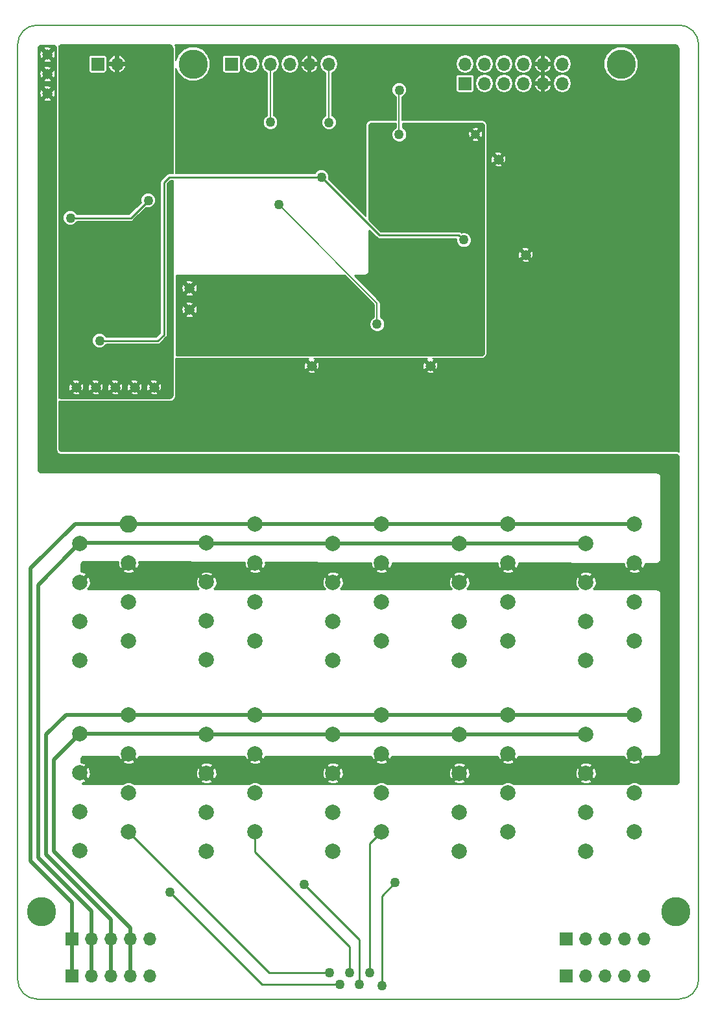
<source format=gbl>
G04 #@! TF.FileFunction,Copper,L2,Bot,Signal*
%FSLAX45Y45*%
G04 Gerber Fmt 4.5, Leading zero omitted, Abs format (unit mm)*
G04 Created by KiCad (PCBNEW 4.0.7) date Friday, April 27, 2018 'PMt' 02:11:07 PM*
%MOMM*%
%LPD*%
G01*
G04 APERTURE LIST*
%ADD10C,0.100000*%
%ADD11C,0.150000*%
%ADD12C,2.000000*%
%ADD13C,1.320800*%
%ADD14C,3.810000*%
%ADD15C,1.143000*%
%ADD16C,2.286000*%
%ADD17R,1.700000X1.700000*%
%ADD18O,1.700000X1.700000*%
%ADD19C,1.270000*%
%ADD20C,0.254000*%
%ADD21C,0.152400*%
%ADD22C,0.508000*%
G04 APERTURE END LIST*
D10*
D11*
X25323800Y-8585200D02*
G75*
G03X25069800Y-8331200I-254000J0D01*
G01*
X16687800Y-8331200D02*
G75*
G03X16433800Y-8585200I0J-254000D01*
G01*
X16433800Y-20777200D02*
G75*
G03X16687800Y-21031200I254000J0D01*
G01*
X25069800Y-21031200D02*
G75*
G03X25323800Y-20777200I0J254000D01*
G01*
X16687800Y-8331200D02*
X25069800Y-8331200D01*
X16433800Y-20777200D02*
X16433800Y-8585200D01*
X25069800Y-21031200D02*
X16687800Y-21031200D01*
X25323800Y-8585200D02*
X25323800Y-20777200D01*
D12*
X22199600Y-17576800D03*
X22199600Y-18084800D03*
X22199600Y-18592800D03*
X22199600Y-19100800D03*
X20548600Y-15087600D03*
X20548600Y-15595600D03*
X20548600Y-16103600D03*
X20548600Y-16611600D03*
D13*
X16818000Y-9220200D03*
X16818000Y-8966200D03*
X16818000Y-8712200D03*
X22710800Y-10083800D03*
X23066400Y-11328400D03*
X21821800Y-12776200D03*
X21821800Y-12776200D03*
X20272400Y-12776200D03*
X18215000Y-13055600D03*
X17961000Y-13055600D03*
X17707000Y-13055600D03*
X17453000Y-13055600D03*
X17199000Y-13055600D03*
X18672200Y-12039600D03*
D14*
X16741800Y-19888200D03*
X25022200Y-19888200D03*
X24311000Y-8839200D03*
X18723000Y-8839200D03*
D15*
X22406000Y-9753600D03*
D13*
X18672200Y-11760200D03*
D12*
X19532600Y-17322800D03*
X19532600Y-17830800D03*
X19532600Y-18338800D03*
X19532600Y-18846800D03*
X18897600Y-17576800D03*
X18897600Y-18084800D03*
X18897600Y-18592800D03*
X18897600Y-19100800D03*
X17881600Y-17322800D03*
X17881600Y-17830800D03*
X17881600Y-18338800D03*
X17881600Y-18846800D03*
X17246600Y-17572131D03*
X17246600Y-18080131D03*
X17246600Y-18588131D03*
X17246600Y-19096131D03*
D16*
X17881600Y-14833600D03*
D12*
X17881600Y-15341600D03*
X17881600Y-15849600D03*
X17881600Y-16357600D03*
X17246600Y-15087600D03*
X17246600Y-15595600D03*
X17246600Y-16103600D03*
X17246600Y-16611600D03*
X19532600Y-14833600D03*
X19532600Y-15341600D03*
X19532600Y-15849600D03*
X19532600Y-16357600D03*
X18897600Y-15086781D03*
X18897600Y-15594781D03*
X18897600Y-16102781D03*
X18897600Y-16610781D03*
X21183600Y-14833600D03*
X21183600Y-15341600D03*
X21183600Y-15849600D03*
X21183600Y-16357600D03*
X21183600Y-17322800D03*
X21183600Y-17830800D03*
X21183600Y-18338800D03*
X21183600Y-18846800D03*
X20548600Y-17576800D03*
X20548600Y-18084800D03*
X20548600Y-18592800D03*
X20548600Y-19100800D03*
X22834600Y-14833600D03*
X22834600Y-15341600D03*
X22834600Y-15849600D03*
X22834600Y-16357600D03*
X22199600Y-15087600D03*
X22199600Y-15595600D03*
X22199600Y-16103600D03*
X22199600Y-16611600D03*
X22834600Y-17322800D03*
X22834600Y-17830800D03*
X22834600Y-18338800D03*
X22834600Y-18846800D03*
X24485600Y-14833600D03*
X24485600Y-15341600D03*
X24485600Y-15849600D03*
X24485600Y-16357600D03*
X23850600Y-15087600D03*
X23850600Y-15595600D03*
X23850600Y-16103600D03*
X23850600Y-16611600D03*
X24485600Y-17322800D03*
X24485600Y-17830800D03*
X24485600Y-18338800D03*
X24485600Y-18846800D03*
X23850600Y-17576800D03*
X23850600Y-18084800D03*
X23850600Y-18592800D03*
X23850600Y-19100800D03*
D17*
X17478400Y-8839200D03*
D18*
X17732400Y-8839200D03*
D17*
X19227800Y-8839200D03*
D18*
X19481800Y-8839200D03*
X19735800Y-8839200D03*
X19989800Y-8839200D03*
X20243800Y-8839200D03*
X20497800Y-8839200D03*
D17*
X17139509Y-20726400D03*
D18*
X17393509Y-20726400D03*
X17647509Y-20726400D03*
X17901509Y-20726400D03*
X18155509Y-20726400D03*
D17*
X17145000Y-20243800D03*
D18*
X17399000Y-20243800D03*
X17653000Y-20243800D03*
X17907000Y-20243800D03*
X18161000Y-20243800D03*
D17*
X23596600Y-20726400D03*
D18*
X23850600Y-20726400D03*
X24104600Y-20726400D03*
X24358600Y-20726400D03*
X24612600Y-20726400D03*
D17*
X23596600Y-20243800D03*
D18*
X23850600Y-20243800D03*
X24104600Y-20243800D03*
X24358600Y-20243800D03*
X24612600Y-20243800D03*
D17*
X22275800Y-9093200D03*
D18*
X22275800Y-8839200D03*
X22529800Y-9093200D03*
X22529800Y-8839200D03*
X22783800Y-9093200D03*
X22783800Y-8839200D03*
X23037800Y-9093200D03*
X23037800Y-8839200D03*
X23291800Y-9093200D03*
X23291800Y-8839200D03*
X23545800Y-9093200D03*
X23545800Y-8839200D03*
D19*
X22255345Y-11132000D03*
X17503800Y-12446000D03*
X20400000Y-10312400D03*
X18138800Y-10617200D03*
X17122800Y-10845800D03*
X22000346Y-10149479D03*
X22253600Y-11709400D03*
X21263000Y-9906000D03*
X20922600Y-12547600D03*
X20221600Y-12011600D03*
X21842842Y-14041579D03*
X20500198Y-14045076D03*
X19119092Y-14045076D03*
X21126253Y-12229664D03*
X19846211Y-10675007D03*
X20498528Y-9602738D03*
X21416251Y-9179485D03*
X21414411Y-9754987D03*
X19734794Y-9599254D03*
X20504395Y-20685080D03*
X20642535Y-20836171D03*
X18418200Y-19634200D03*
X20767725Y-20685080D03*
X20177031Y-19537446D03*
X20892914Y-20840488D03*
X21026738Y-20685080D03*
X21363416Y-19510891D03*
X21186800Y-20853400D03*
D20*
X20400000Y-10312400D02*
X20400000Y-10313944D01*
X20400000Y-10313944D02*
X21154557Y-11068501D01*
X21154557Y-11068501D02*
X22191845Y-11068501D01*
X22191845Y-11068501D02*
X22255345Y-11132000D01*
X20400000Y-10312400D02*
X18413879Y-10312400D01*
X18413879Y-10312400D02*
X18342600Y-10383679D01*
X18342600Y-10383679D02*
X18342600Y-12369800D01*
X18342600Y-12369800D02*
X18265090Y-12447310D01*
X18265090Y-12447310D02*
X17505110Y-12447310D01*
X17505110Y-12447310D02*
X17503800Y-12446000D01*
X17910200Y-10845800D02*
X18138800Y-10617200D01*
X17212603Y-10845800D02*
X17910200Y-10845800D01*
X17122800Y-10845800D02*
X17212603Y-10845800D01*
D21*
X21126253Y-12139862D02*
X21126253Y-12229664D01*
X19846211Y-10675007D02*
X21126253Y-11955049D01*
X21126253Y-11955049D02*
X21126253Y-12139862D01*
X20497800Y-8839200D02*
X20497800Y-9602010D01*
X20497800Y-9602010D02*
X20498528Y-9602738D01*
X21414411Y-9181325D02*
X21416251Y-9179485D01*
X21414411Y-9754987D02*
X21414411Y-9181325D01*
X19735800Y-9598248D02*
X19734794Y-9599254D01*
X19735800Y-8839200D02*
X19735800Y-9598248D01*
D22*
X16601330Y-19227800D02*
X16601330Y-15416844D01*
X17145000Y-20243800D02*
X17145000Y-19771470D01*
X17145000Y-19771470D02*
X16601330Y-19227800D01*
X16601330Y-15416844D02*
X17184574Y-14833600D01*
X17740179Y-14833600D02*
X17881600Y-14833600D01*
X17184574Y-14833600D02*
X17740179Y-14833600D01*
X17145000Y-20243800D02*
X17145000Y-20720909D01*
X17145000Y-20720909D02*
X17139509Y-20726400D01*
X19532600Y-14833600D02*
X17881600Y-14833600D01*
X21183600Y-14833600D02*
X19532600Y-14833600D01*
X22834600Y-14833600D02*
X22693179Y-14833600D01*
X22693179Y-14833600D02*
X21183600Y-14833600D01*
X24485600Y-14833600D02*
X22834600Y-14833600D01*
X17399000Y-20243800D02*
X17399000Y-19881785D01*
X17146600Y-15187600D02*
X17246600Y-15087600D01*
X16702931Y-15631269D02*
X17146600Y-15187600D01*
X17399000Y-19881785D02*
X16702931Y-19185715D01*
X16702931Y-19185715D02*
X16702931Y-15631269D01*
X17393509Y-20726400D02*
X17393509Y-20249291D01*
X17393509Y-20249291D02*
X17399000Y-20243800D01*
X18897600Y-15086781D02*
X17247419Y-15086781D01*
X17247419Y-15086781D02*
X17246600Y-15087600D01*
X20548600Y-15087600D02*
X18898419Y-15087600D01*
X18898419Y-15087600D02*
X18897600Y-15086781D01*
X22199600Y-15087600D02*
X20548600Y-15087600D01*
X23850600Y-15087600D02*
X22199600Y-15087600D01*
X17063152Y-17322800D02*
X17740179Y-17322800D01*
X17740179Y-17322800D02*
X17881600Y-17322800D01*
X16804532Y-17581420D02*
X17063152Y-17322800D01*
X16804532Y-19143631D02*
X16804532Y-17581420D01*
X17653000Y-20243800D02*
X17653000Y-19992099D01*
X17653000Y-19992099D02*
X16804532Y-19143631D01*
X17653000Y-20243800D02*
X17653000Y-20720909D01*
X17653000Y-20720909D02*
X17647509Y-20726400D01*
X19532600Y-17322800D02*
X17881600Y-17322800D01*
X21183600Y-17322800D02*
X19532600Y-17322800D01*
X22834600Y-17322800D02*
X21183600Y-17322800D01*
X24485600Y-17322800D02*
X22834600Y-17322800D01*
X17146600Y-17672131D02*
X17246600Y-17572131D01*
X16906133Y-17912598D02*
X17146600Y-17672131D01*
X17907000Y-20102413D02*
X16906133Y-19101546D01*
X17907000Y-20243800D02*
X17907000Y-20102413D01*
X16906133Y-19101546D02*
X16906133Y-17912598D01*
X22199600Y-17576800D02*
X23850600Y-17576800D01*
X20548600Y-17576800D02*
X20690021Y-17576800D01*
X20690021Y-17576800D02*
X22199600Y-17576800D01*
X20548600Y-17576800D02*
X18897600Y-17576800D01*
X17246600Y-17572131D02*
X18892931Y-17572131D01*
X18892931Y-17572131D02*
X18897600Y-17576800D01*
X17901509Y-20726400D02*
X17901509Y-20249291D01*
X17901509Y-20249291D02*
X17907000Y-20243800D01*
D20*
X20414592Y-20685080D02*
X20504395Y-20685080D01*
X17881600Y-18846800D02*
X19719880Y-20685080D01*
X19719880Y-20685080D02*
X20414592Y-20685080D01*
X20552733Y-20836171D02*
X20642535Y-20836171D01*
X19620171Y-20836171D02*
X20552733Y-20836171D01*
X18418200Y-19634200D02*
X19620171Y-20836171D01*
X19532600Y-18846800D02*
X19532600Y-19112828D01*
X19532600Y-19112828D02*
X20768408Y-20348636D01*
X20768408Y-20348636D02*
X20768408Y-20684397D01*
X20768408Y-20684397D02*
X20767725Y-20685080D01*
X20240531Y-19600946D02*
X20177031Y-19537446D01*
X20892914Y-20253329D02*
X20240531Y-19600946D01*
X20892914Y-20840488D02*
X20892914Y-20253329D01*
X21183600Y-18846800D02*
X21183600Y-18849127D01*
X21026571Y-19006156D02*
X21026571Y-20684914D01*
X21183600Y-18849127D02*
X21026571Y-19006156D01*
X21026571Y-20684914D02*
X21026738Y-20685080D01*
X21186800Y-20853400D02*
X21186800Y-19685089D01*
X21186800Y-19685089D02*
X21360998Y-19510891D01*
X21360998Y-19510891D02*
X21363416Y-19510891D01*
G36*
X16908685Y-8601030D02*
X16920965Y-8609235D01*
X16929170Y-8621515D01*
X16932300Y-8637251D01*
X16932300Y-13868400D01*
X16932544Y-13870878D01*
X16936411Y-13890318D01*
X16938307Y-13894896D01*
X16949319Y-13911377D01*
X16952823Y-13914881D01*
X16969304Y-13925893D01*
X16973882Y-13927789D01*
X16993322Y-13931656D01*
X16995800Y-13931900D01*
X25020949Y-13931900D01*
X25036685Y-13935030D01*
X25048965Y-13943235D01*
X25057170Y-13955515D01*
X25060300Y-13971251D01*
X25060300Y-18185149D01*
X25057170Y-18200885D01*
X25048965Y-18213165D01*
X25036685Y-18221370D01*
X25020949Y-18224500D01*
X24566632Y-18224500D01*
X24563929Y-18221793D01*
X24513190Y-18200724D01*
X24458251Y-18200676D01*
X24407475Y-18221656D01*
X24404626Y-18224500D01*
X22915632Y-18224500D01*
X22912929Y-18221793D01*
X22862190Y-18200724D01*
X22807251Y-18200676D01*
X22756475Y-18221656D01*
X22753626Y-18224500D01*
X21264632Y-18224500D01*
X21261930Y-18221793D01*
X21211190Y-18200724D01*
X21156251Y-18200676D01*
X21105475Y-18221656D01*
X21102626Y-18224500D01*
X19613632Y-18224500D01*
X19610930Y-18221793D01*
X19560190Y-18200724D01*
X19505251Y-18200676D01*
X19454475Y-18221656D01*
X19451626Y-18224500D01*
X17962632Y-18224500D01*
X17959930Y-18221793D01*
X17909190Y-18200724D01*
X17854251Y-18200676D01*
X17803475Y-18221656D01*
X17800626Y-18224500D01*
X17298651Y-18224500D01*
X17282915Y-18221370D01*
X17276221Y-18216897D01*
X17281081Y-18216649D01*
X17318752Y-18201045D01*
X17327322Y-18186174D01*
X18814186Y-18186174D01*
X18825449Y-18205715D01*
X18877213Y-18224122D01*
X18932081Y-18221318D01*
X18969752Y-18205715D01*
X18981014Y-18186174D01*
X20465186Y-18186174D01*
X20476449Y-18205715D01*
X20528213Y-18224122D01*
X20583081Y-18221318D01*
X20620752Y-18205715D01*
X20632014Y-18186174D01*
X22116186Y-18186174D01*
X22127449Y-18205715D01*
X22179213Y-18224122D01*
X22234081Y-18221318D01*
X22271752Y-18205715D01*
X22283014Y-18186174D01*
X23767186Y-18186174D01*
X23778448Y-18205715D01*
X23830213Y-18224122D01*
X23885081Y-18221318D01*
X23922751Y-18205715D01*
X23934014Y-18186174D01*
X23850600Y-18102761D01*
X23767186Y-18186174D01*
X22283014Y-18186174D01*
X22199600Y-18102761D01*
X22116186Y-18186174D01*
X20632014Y-18186174D01*
X20548600Y-18102761D01*
X20465186Y-18186174D01*
X18981014Y-18186174D01*
X18897600Y-18102761D01*
X18814186Y-18186174D01*
X17327322Y-18186174D01*
X17330014Y-18181505D01*
X17259300Y-18110791D01*
X17259300Y-18080131D01*
X17264561Y-18080131D01*
X17347974Y-18163544D01*
X17367515Y-18152282D01*
X17385922Y-18100518D01*
X17384077Y-18064413D01*
X18758278Y-18064413D01*
X18761082Y-18119281D01*
X18776685Y-18156952D01*
X18796226Y-18168214D01*
X18879640Y-18084800D01*
X18915561Y-18084800D01*
X18998974Y-18168214D01*
X19018515Y-18156952D01*
X19036922Y-18105187D01*
X19034839Y-18064413D01*
X20409278Y-18064413D01*
X20412082Y-18119281D01*
X20427685Y-18156952D01*
X20447226Y-18168214D01*
X20530640Y-18084800D01*
X20566561Y-18084800D01*
X20649974Y-18168214D01*
X20669515Y-18156952D01*
X20687922Y-18105187D01*
X20685839Y-18064413D01*
X22060278Y-18064413D01*
X22063082Y-18119281D01*
X22078685Y-18156952D01*
X22098226Y-18168214D01*
X22181640Y-18084800D01*
X22217561Y-18084800D01*
X22300974Y-18168214D01*
X22320515Y-18156952D01*
X22338922Y-18105187D01*
X22336839Y-18064413D01*
X23711278Y-18064413D01*
X23714082Y-18119281D01*
X23729685Y-18156952D01*
X23749226Y-18168214D01*
X23832639Y-18084800D01*
X23868560Y-18084800D01*
X23951974Y-18168214D01*
X23971515Y-18156952D01*
X23989922Y-18105187D01*
X23987118Y-18050319D01*
X23971515Y-18012649D01*
X23951974Y-18001386D01*
X23868560Y-18084800D01*
X23832639Y-18084800D01*
X23749226Y-18001386D01*
X23729685Y-18012649D01*
X23711278Y-18064413D01*
X22336839Y-18064413D01*
X22336118Y-18050319D01*
X22320515Y-18012649D01*
X22300974Y-18001386D01*
X22217561Y-18084800D01*
X22181640Y-18084800D01*
X22098226Y-18001386D01*
X22078685Y-18012649D01*
X22060278Y-18064413D01*
X20685839Y-18064413D01*
X20685118Y-18050319D01*
X20669515Y-18012649D01*
X20649974Y-18001386D01*
X20566561Y-18084800D01*
X20530640Y-18084800D01*
X20447226Y-18001386D01*
X20427685Y-18012649D01*
X20409278Y-18064413D01*
X19034839Y-18064413D01*
X19034118Y-18050319D01*
X19018515Y-18012649D01*
X18998974Y-18001386D01*
X18915561Y-18084800D01*
X18879640Y-18084800D01*
X18796226Y-18001386D01*
X18776685Y-18012649D01*
X18758278Y-18064413D01*
X17384077Y-18064413D01*
X17383118Y-18045650D01*
X17367515Y-18007979D01*
X17347974Y-17996717D01*
X17264561Y-18080131D01*
X17259300Y-18080131D01*
X17259300Y-18049470D01*
X17325344Y-17983426D01*
X18814186Y-17983426D01*
X18897600Y-18066840D01*
X18981014Y-17983426D01*
X20465186Y-17983426D01*
X20548600Y-18066840D01*
X20632014Y-17983426D01*
X22116186Y-17983426D01*
X22199600Y-18066840D01*
X22283014Y-17983426D01*
X23767186Y-17983426D01*
X23850600Y-18066840D01*
X23934014Y-17983426D01*
X23922751Y-17963885D01*
X23870987Y-17945478D01*
X23816119Y-17948282D01*
X23778448Y-17963885D01*
X23767186Y-17983426D01*
X22283014Y-17983426D01*
X22271752Y-17963885D01*
X22219987Y-17945478D01*
X22165119Y-17948282D01*
X22127449Y-17963885D01*
X22116186Y-17983426D01*
X20632014Y-17983426D01*
X20620752Y-17963885D01*
X20568987Y-17945478D01*
X20514119Y-17948282D01*
X20476449Y-17963885D01*
X20465186Y-17983426D01*
X18981014Y-17983426D01*
X18969752Y-17963885D01*
X18917987Y-17945478D01*
X18863119Y-17948282D01*
X18825449Y-17963885D01*
X18814186Y-17983426D01*
X17325344Y-17983426D01*
X17330014Y-17978756D01*
X17318752Y-17959216D01*
X17266987Y-17940809D01*
X17259300Y-17941202D01*
X17259300Y-17908251D01*
X17262430Y-17892515D01*
X17270635Y-17880235D01*
X17282915Y-17872030D01*
X17298651Y-17868900D01*
X17746581Y-17868900D01*
X17760685Y-17902952D01*
X17780226Y-17914214D01*
X17825540Y-17868900D01*
X17861461Y-17868900D01*
X17798186Y-17932174D01*
X17809449Y-17951715D01*
X17861213Y-17970122D01*
X17916081Y-17967318D01*
X17953752Y-17951715D01*
X17965014Y-17932174D01*
X17901740Y-17868900D01*
X17937661Y-17868900D01*
X17982974Y-17914214D01*
X18002515Y-17902952D01*
X18014623Y-17868900D01*
X19397581Y-17868900D01*
X19411685Y-17902952D01*
X19431226Y-17914214D01*
X19476540Y-17868900D01*
X19512461Y-17868900D01*
X19449186Y-17932174D01*
X19460449Y-17951715D01*
X19512213Y-17970122D01*
X19567081Y-17967318D01*
X19604752Y-17951715D01*
X19616014Y-17932174D01*
X19552740Y-17868900D01*
X19588661Y-17868900D01*
X19633974Y-17914214D01*
X19653515Y-17902952D01*
X19665623Y-17868900D01*
X21048581Y-17868900D01*
X21062685Y-17902952D01*
X21082226Y-17914214D01*
X21127540Y-17868900D01*
X21163461Y-17868900D01*
X21100186Y-17932174D01*
X21111449Y-17951715D01*
X21163213Y-17970122D01*
X21218081Y-17967318D01*
X21255752Y-17951715D01*
X21267014Y-17932174D01*
X21203740Y-17868900D01*
X21239661Y-17868900D01*
X21284974Y-17914214D01*
X21304515Y-17902952D01*
X21316623Y-17868900D01*
X22699581Y-17868900D01*
X22713685Y-17902952D01*
X22733226Y-17914214D01*
X22778539Y-17868900D01*
X22814460Y-17868900D01*
X22751186Y-17932174D01*
X22762448Y-17951715D01*
X22814213Y-17970122D01*
X22869081Y-17967318D01*
X22906751Y-17951715D01*
X22918014Y-17932174D01*
X22854739Y-17868900D01*
X22890660Y-17868900D01*
X22935974Y-17914214D01*
X22955515Y-17902952D01*
X22967623Y-17868900D01*
X24350581Y-17868900D01*
X24364685Y-17902952D01*
X24384226Y-17914214D01*
X24429539Y-17868900D01*
X24465460Y-17868900D01*
X24402186Y-17932174D01*
X24413448Y-17951715D01*
X24465213Y-17970122D01*
X24520081Y-17967318D01*
X24557751Y-17951715D01*
X24569014Y-17932174D01*
X24505739Y-17868900D01*
X24541660Y-17868900D01*
X24586974Y-17914214D01*
X24606515Y-17902952D01*
X24618623Y-17868900D01*
X24768200Y-17868900D01*
X24770678Y-17868656D01*
X24790118Y-17864789D01*
X24794696Y-17862893D01*
X24811177Y-17851881D01*
X24814681Y-17848377D01*
X24825693Y-17831896D01*
X24827589Y-17827318D01*
X24831456Y-17807878D01*
X24831700Y-17805400D01*
X24831700Y-15748000D01*
X24831456Y-15745522D01*
X24827589Y-15726082D01*
X24825693Y-15721504D01*
X24814681Y-15705023D01*
X24811177Y-15701519D01*
X24794696Y-15690507D01*
X24790118Y-15688611D01*
X24770678Y-15684744D01*
X24768200Y-15684500D01*
X23957461Y-15684500D01*
X23951974Y-15679014D01*
X23971515Y-15667751D01*
X23989922Y-15615987D01*
X23987118Y-15561119D01*
X23971515Y-15523448D01*
X23951974Y-15512186D01*
X23868560Y-15595600D01*
X23869975Y-15597014D01*
X23852014Y-15614975D01*
X23850600Y-15613560D01*
X23849186Y-15614975D01*
X23831225Y-15597014D01*
X23832639Y-15595600D01*
X23749226Y-15512186D01*
X23729685Y-15523448D01*
X23711278Y-15575213D01*
X23714082Y-15630081D01*
X23729685Y-15667751D01*
X23749226Y-15679014D01*
X23743739Y-15684500D01*
X22306461Y-15684500D01*
X22300974Y-15679014D01*
X22320515Y-15667751D01*
X22338922Y-15615987D01*
X22336118Y-15561119D01*
X22320515Y-15523448D01*
X22300974Y-15512186D01*
X22217561Y-15595600D01*
X22218975Y-15597014D01*
X22201014Y-15614975D01*
X22199600Y-15613560D01*
X22198186Y-15614975D01*
X22180225Y-15597014D01*
X22181640Y-15595600D01*
X22098226Y-15512186D01*
X22078685Y-15523448D01*
X22060278Y-15575213D01*
X22063082Y-15630081D01*
X22078685Y-15667751D01*
X22098226Y-15679014D01*
X22092739Y-15684500D01*
X20655461Y-15684500D01*
X20649974Y-15679014D01*
X20669515Y-15667751D01*
X20687922Y-15615987D01*
X20685118Y-15561119D01*
X20669515Y-15523448D01*
X20649974Y-15512186D01*
X20566561Y-15595600D01*
X20567975Y-15597014D01*
X20550014Y-15614975D01*
X20548600Y-15613560D01*
X20547186Y-15614975D01*
X20529225Y-15597014D01*
X20530640Y-15595600D01*
X20447226Y-15512186D01*
X20427685Y-15523448D01*
X20409278Y-15575213D01*
X20412082Y-15630081D01*
X20427685Y-15667751D01*
X20447226Y-15679014D01*
X20441739Y-15684500D01*
X19005280Y-15684500D01*
X18998974Y-15678194D01*
X19018515Y-15666932D01*
X19036922Y-15615168D01*
X19034118Y-15560300D01*
X19018515Y-15522629D01*
X18998974Y-15511367D01*
X18915561Y-15594781D01*
X18916975Y-15596195D01*
X18899014Y-15614156D01*
X18897600Y-15612741D01*
X18896186Y-15614156D01*
X18878225Y-15596195D01*
X18879640Y-15594781D01*
X18796226Y-15511367D01*
X18776685Y-15522629D01*
X18758278Y-15574393D01*
X18761082Y-15629261D01*
X18776685Y-15666932D01*
X18796226Y-15678194D01*
X18789920Y-15684500D01*
X17353461Y-15684500D01*
X17347974Y-15679014D01*
X17367515Y-15667751D01*
X17385922Y-15615987D01*
X17383118Y-15561119D01*
X17367515Y-15523448D01*
X17347974Y-15512186D01*
X17264561Y-15595600D01*
X17265975Y-15597014D01*
X17259300Y-15603689D01*
X17259300Y-15564939D01*
X17330014Y-15494226D01*
X17329542Y-15493407D01*
X18814186Y-15493407D01*
X18897600Y-15576820D01*
X18980195Y-15494226D01*
X20465186Y-15494226D01*
X20548600Y-15577639D01*
X20632014Y-15494226D01*
X22116186Y-15494226D01*
X22199600Y-15577639D01*
X22283014Y-15494226D01*
X23767186Y-15494226D01*
X23850600Y-15577639D01*
X23934014Y-15494226D01*
X23922751Y-15474685D01*
X23870987Y-15456278D01*
X23816119Y-15459082D01*
X23778448Y-15474685D01*
X23767186Y-15494226D01*
X22283014Y-15494226D01*
X22271752Y-15474685D01*
X22219987Y-15456278D01*
X22165119Y-15459082D01*
X22127449Y-15474685D01*
X22116186Y-15494226D01*
X20632014Y-15494226D01*
X20620752Y-15474685D01*
X20568987Y-15456278D01*
X20514119Y-15459082D01*
X20476449Y-15474685D01*
X20465186Y-15494226D01*
X18980195Y-15494226D01*
X18981014Y-15493407D01*
X18969752Y-15473866D01*
X18917987Y-15455459D01*
X18863119Y-15458262D01*
X18825449Y-15473866D01*
X18814186Y-15493407D01*
X17329542Y-15493407D01*
X17318752Y-15474685D01*
X17266987Y-15456278D01*
X17259300Y-15456671D01*
X17259300Y-15442974D01*
X17798186Y-15442974D01*
X17809449Y-15462515D01*
X17861213Y-15480922D01*
X17916081Y-15478118D01*
X17953752Y-15462515D01*
X17965014Y-15442974D01*
X19449186Y-15442974D01*
X19460449Y-15462515D01*
X19512213Y-15480922D01*
X19567081Y-15478118D01*
X19604752Y-15462515D01*
X19616014Y-15442974D01*
X21100186Y-15442974D01*
X21111449Y-15462515D01*
X21163213Y-15480922D01*
X21218081Y-15478118D01*
X21255752Y-15462515D01*
X21267014Y-15442974D01*
X22751186Y-15442974D01*
X22762448Y-15462515D01*
X22814213Y-15480922D01*
X22869081Y-15478118D01*
X22906751Y-15462515D01*
X22918014Y-15442974D01*
X24402186Y-15442974D01*
X24413448Y-15462515D01*
X24465213Y-15480922D01*
X24520081Y-15478118D01*
X24557751Y-15462515D01*
X24569014Y-15442974D01*
X24485600Y-15359560D01*
X24402186Y-15442974D01*
X22918014Y-15442974D01*
X22834600Y-15359560D01*
X22751186Y-15442974D01*
X21267014Y-15442974D01*
X21183600Y-15359560D01*
X21100186Y-15442974D01*
X19616014Y-15442974D01*
X19532600Y-15359560D01*
X19449186Y-15442974D01*
X17965014Y-15442974D01*
X17881600Y-15359560D01*
X17798186Y-15442974D01*
X17259300Y-15442974D01*
X17259300Y-15368167D01*
X17261324Y-15355417D01*
X17266734Y-15344824D01*
X17275159Y-15336427D01*
X17285769Y-15331051D01*
X17298525Y-15329069D01*
X17742753Y-15330511D01*
X17745082Y-15376081D01*
X17760685Y-15413751D01*
X17780226Y-15425014D01*
X17863640Y-15341600D01*
X17862225Y-15340186D01*
X17871482Y-15330929D01*
X17891784Y-15330995D01*
X17900975Y-15340186D01*
X17899561Y-15341600D01*
X17982974Y-15425014D01*
X18002515Y-15413751D01*
X18020922Y-15361987D01*
X18019359Y-15331409D01*
X19394027Y-15335872D01*
X19396082Y-15376081D01*
X19411685Y-15413751D01*
X19431226Y-15425014D01*
X19514640Y-15341600D01*
X19513225Y-15340186D01*
X19517139Y-15336272D01*
X19548162Y-15336373D01*
X19551975Y-15340186D01*
X19550561Y-15341600D01*
X19633974Y-15425014D01*
X19653515Y-15413751D01*
X19671922Y-15361987D01*
X19670633Y-15336770D01*
X21045301Y-15341233D01*
X21047082Y-15376081D01*
X21062685Y-15413751D01*
X21082226Y-15425014D01*
X21165615Y-15341624D01*
X21201702Y-15341741D01*
X21284974Y-15425014D01*
X21304515Y-15413751D01*
X21322922Y-15361987D01*
X21321907Y-15342132D01*
X22696575Y-15346595D01*
X22698082Y-15376081D01*
X22713685Y-15413751D01*
X22733226Y-15425014D01*
X22811272Y-15346967D01*
X22858080Y-15347119D01*
X22935974Y-15425014D01*
X22955515Y-15413751D01*
X22973922Y-15361987D01*
X22973181Y-15347493D01*
X24347849Y-15351956D01*
X24349082Y-15376081D01*
X24364685Y-15413751D01*
X24384226Y-15425014D01*
X24456929Y-15352310D01*
X24514457Y-15352497D01*
X24586974Y-15425014D01*
X24606515Y-15413751D01*
X24624922Y-15361987D01*
X24624455Y-15352854D01*
X24767994Y-15353320D01*
X24769985Y-15353170D01*
X24785722Y-15350724D01*
X24789512Y-15349504D01*
X24803719Y-15342306D01*
X24806945Y-15339971D01*
X24818225Y-15328728D01*
X24820569Y-15325510D01*
X24827814Y-15311327D01*
X24829046Y-15307541D01*
X24831543Y-15291811D01*
X24831700Y-15289820D01*
X24831700Y-14224000D01*
X24831456Y-14221522D01*
X24827589Y-14202082D01*
X24825693Y-14197504D01*
X24814681Y-14181023D01*
X24811177Y-14177519D01*
X24794696Y-14166507D01*
X24790118Y-14164611D01*
X24770678Y-14160744D01*
X24768200Y-14160500D01*
X16743051Y-14160500D01*
X16727315Y-14157370D01*
X16715035Y-14149165D01*
X16706830Y-14136885D01*
X16703700Y-14121149D01*
X16703700Y-9296933D01*
X16759227Y-9296933D01*
X16766311Y-9312950D01*
X16805740Y-9325670D01*
X16847035Y-9322333D01*
X16869689Y-9312950D01*
X16876773Y-9296933D01*
X16818000Y-9238161D01*
X16759227Y-9296933D01*
X16703700Y-9296933D01*
X16703700Y-9207940D01*
X16712530Y-9207940D01*
X16715867Y-9249235D01*
X16725250Y-9271889D01*
X16741267Y-9278973D01*
X16800040Y-9220200D01*
X16835961Y-9220200D01*
X16894733Y-9278973D01*
X16910750Y-9271889D01*
X16923470Y-9232460D01*
X16920133Y-9191165D01*
X16910750Y-9168511D01*
X16894733Y-9161427D01*
X16835961Y-9220200D01*
X16800040Y-9220200D01*
X16741267Y-9161427D01*
X16725250Y-9168511D01*
X16712530Y-9207940D01*
X16703700Y-9207940D01*
X16703700Y-9143467D01*
X16759227Y-9143467D01*
X16818000Y-9202240D01*
X16876773Y-9143467D01*
X16869689Y-9127450D01*
X16830260Y-9114730D01*
X16788965Y-9118067D01*
X16766311Y-9127450D01*
X16759227Y-9143467D01*
X16703700Y-9143467D01*
X16703700Y-9042933D01*
X16759227Y-9042933D01*
X16766311Y-9058950D01*
X16805740Y-9071670D01*
X16847035Y-9068333D01*
X16869689Y-9058950D01*
X16876773Y-9042933D01*
X16818000Y-8984161D01*
X16759227Y-9042933D01*
X16703700Y-9042933D01*
X16703700Y-8953940D01*
X16712530Y-8953940D01*
X16715867Y-8995235D01*
X16725250Y-9017889D01*
X16741267Y-9024973D01*
X16800040Y-8966200D01*
X16835961Y-8966200D01*
X16894733Y-9024973D01*
X16910750Y-9017889D01*
X16923470Y-8978460D01*
X16920133Y-8937165D01*
X16910750Y-8914511D01*
X16894733Y-8907427D01*
X16835961Y-8966200D01*
X16800040Y-8966200D01*
X16741267Y-8907427D01*
X16725250Y-8914511D01*
X16712530Y-8953940D01*
X16703700Y-8953940D01*
X16703700Y-8889467D01*
X16759227Y-8889467D01*
X16818000Y-8948240D01*
X16876773Y-8889467D01*
X16869689Y-8873450D01*
X16830260Y-8860730D01*
X16788965Y-8864067D01*
X16766311Y-8873450D01*
X16759227Y-8889467D01*
X16703700Y-8889467D01*
X16703700Y-8788933D01*
X16759227Y-8788933D01*
X16766311Y-8804950D01*
X16805740Y-8817670D01*
X16847035Y-8814333D01*
X16869689Y-8804950D01*
X16876773Y-8788933D01*
X16818000Y-8730161D01*
X16759227Y-8788933D01*
X16703700Y-8788933D01*
X16703700Y-8699940D01*
X16712530Y-8699940D01*
X16715867Y-8741235D01*
X16725250Y-8763889D01*
X16741267Y-8770973D01*
X16800040Y-8712200D01*
X16835961Y-8712200D01*
X16894733Y-8770973D01*
X16910750Y-8763889D01*
X16923470Y-8724460D01*
X16920133Y-8683165D01*
X16910750Y-8660511D01*
X16894733Y-8653427D01*
X16835961Y-8712200D01*
X16800040Y-8712200D01*
X16741267Y-8653427D01*
X16725250Y-8660511D01*
X16712530Y-8699940D01*
X16703700Y-8699940D01*
X16703700Y-8637251D01*
X16704055Y-8635467D01*
X16759227Y-8635467D01*
X16818000Y-8694240D01*
X16876773Y-8635467D01*
X16869689Y-8619450D01*
X16830260Y-8606730D01*
X16788965Y-8610067D01*
X16766311Y-8619450D01*
X16759227Y-8635467D01*
X16704055Y-8635467D01*
X16706830Y-8621515D01*
X16715035Y-8609235D01*
X16727315Y-8601030D01*
X16743051Y-8597900D01*
X16892949Y-8597900D01*
X16908685Y-8601030D01*
X16908685Y-8601030D01*
G37*
X16908685Y-8601030D02*
X16920965Y-8609235D01*
X16929170Y-8621515D01*
X16932300Y-8637251D01*
X16932300Y-13868400D01*
X16932544Y-13870878D01*
X16936411Y-13890318D01*
X16938307Y-13894896D01*
X16949319Y-13911377D01*
X16952823Y-13914881D01*
X16969304Y-13925893D01*
X16973882Y-13927789D01*
X16993322Y-13931656D01*
X16995800Y-13931900D01*
X25020949Y-13931900D01*
X25036685Y-13935030D01*
X25048965Y-13943235D01*
X25057170Y-13955515D01*
X25060300Y-13971251D01*
X25060300Y-18185149D01*
X25057170Y-18200885D01*
X25048965Y-18213165D01*
X25036685Y-18221370D01*
X25020949Y-18224500D01*
X24566632Y-18224500D01*
X24563929Y-18221793D01*
X24513190Y-18200724D01*
X24458251Y-18200676D01*
X24407475Y-18221656D01*
X24404626Y-18224500D01*
X22915632Y-18224500D01*
X22912929Y-18221793D01*
X22862190Y-18200724D01*
X22807251Y-18200676D01*
X22756475Y-18221656D01*
X22753626Y-18224500D01*
X21264632Y-18224500D01*
X21261930Y-18221793D01*
X21211190Y-18200724D01*
X21156251Y-18200676D01*
X21105475Y-18221656D01*
X21102626Y-18224500D01*
X19613632Y-18224500D01*
X19610930Y-18221793D01*
X19560190Y-18200724D01*
X19505251Y-18200676D01*
X19454475Y-18221656D01*
X19451626Y-18224500D01*
X17962632Y-18224500D01*
X17959930Y-18221793D01*
X17909190Y-18200724D01*
X17854251Y-18200676D01*
X17803475Y-18221656D01*
X17800626Y-18224500D01*
X17298651Y-18224500D01*
X17282915Y-18221370D01*
X17276221Y-18216897D01*
X17281081Y-18216649D01*
X17318752Y-18201045D01*
X17327322Y-18186174D01*
X18814186Y-18186174D01*
X18825449Y-18205715D01*
X18877213Y-18224122D01*
X18932081Y-18221318D01*
X18969752Y-18205715D01*
X18981014Y-18186174D01*
X20465186Y-18186174D01*
X20476449Y-18205715D01*
X20528213Y-18224122D01*
X20583081Y-18221318D01*
X20620752Y-18205715D01*
X20632014Y-18186174D01*
X22116186Y-18186174D01*
X22127449Y-18205715D01*
X22179213Y-18224122D01*
X22234081Y-18221318D01*
X22271752Y-18205715D01*
X22283014Y-18186174D01*
X23767186Y-18186174D01*
X23778448Y-18205715D01*
X23830213Y-18224122D01*
X23885081Y-18221318D01*
X23922751Y-18205715D01*
X23934014Y-18186174D01*
X23850600Y-18102761D01*
X23767186Y-18186174D01*
X22283014Y-18186174D01*
X22199600Y-18102761D01*
X22116186Y-18186174D01*
X20632014Y-18186174D01*
X20548600Y-18102761D01*
X20465186Y-18186174D01*
X18981014Y-18186174D01*
X18897600Y-18102761D01*
X18814186Y-18186174D01*
X17327322Y-18186174D01*
X17330014Y-18181505D01*
X17259300Y-18110791D01*
X17259300Y-18080131D01*
X17264561Y-18080131D01*
X17347974Y-18163544D01*
X17367515Y-18152282D01*
X17385922Y-18100518D01*
X17384077Y-18064413D01*
X18758278Y-18064413D01*
X18761082Y-18119281D01*
X18776685Y-18156952D01*
X18796226Y-18168214D01*
X18879640Y-18084800D01*
X18915561Y-18084800D01*
X18998974Y-18168214D01*
X19018515Y-18156952D01*
X19036922Y-18105187D01*
X19034839Y-18064413D01*
X20409278Y-18064413D01*
X20412082Y-18119281D01*
X20427685Y-18156952D01*
X20447226Y-18168214D01*
X20530640Y-18084800D01*
X20566561Y-18084800D01*
X20649974Y-18168214D01*
X20669515Y-18156952D01*
X20687922Y-18105187D01*
X20685839Y-18064413D01*
X22060278Y-18064413D01*
X22063082Y-18119281D01*
X22078685Y-18156952D01*
X22098226Y-18168214D01*
X22181640Y-18084800D01*
X22217561Y-18084800D01*
X22300974Y-18168214D01*
X22320515Y-18156952D01*
X22338922Y-18105187D01*
X22336839Y-18064413D01*
X23711278Y-18064413D01*
X23714082Y-18119281D01*
X23729685Y-18156952D01*
X23749226Y-18168214D01*
X23832639Y-18084800D01*
X23868560Y-18084800D01*
X23951974Y-18168214D01*
X23971515Y-18156952D01*
X23989922Y-18105187D01*
X23987118Y-18050319D01*
X23971515Y-18012649D01*
X23951974Y-18001386D01*
X23868560Y-18084800D01*
X23832639Y-18084800D01*
X23749226Y-18001386D01*
X23729685Y-18012649D01*
X23711278Y-18064413D01*
X22336839Y-18064413D01*
X22336118Y-18050319D01*
X22320515Y-18012649D01*
X22300974Y-18001386D01*
X22217561Y-18084800D01*
X22181640Y-18084800D01*
X22098226Y-18001386D01*
X22078685Y-18012649D01*
X22060278Y-18064413D01*
X20685839Y-18064413D01*
X20685118Y-18050319D01*
X20669515Y-18012649D01*
X20649974Y-18001386D01*
X20566561Y-18084800D01*
X20530640Y-18084800D01*
X20447226Y-18001386D01*
X20427685Y-18012649D01*
X20409278Y-18064413D01*
X19034839Y-18064413D01*
X19034118Y-18050319D01*
X19018515Y-18012649D01*
X18998974Y-18001386D01*
X18915561Y-18084800D01*
X18879640Y-18084800D01*
X18796226Y-18001386D01*
X18776685Y-18012649D01*
X18758278Y-18064413D01*
X17384077Y-18064413D01*
X17383118Y-18045650D01*
X17367515Y-18007979D01*
X17347974Y-17996717D01*
X17264561Y-18080131D01*
X17259300Y-18080131D01*
X17259300Y-18049470D01*
X17325344Y-17983426D01*
X18814186Y-17983426D01*
X18897600Y-18066840D01*
X18981014Y-17983426D01*
X20465186Y-17983426D01*
X20548600Y-18066840D01*
X20632014Y-17983426D01*
X22116186Y-17983426D01*
X22199600Y-18066840D01*
X22283014Y-17983426D01*
X23767186Y-17983426D01*
X23850600Y-18066840D01*
X23934014Y-17983426D01*
X23922751Y-17963885D01*
X23870987Y-17945478D01*
X23816119Y-17948282D01*
X23778448Y-17963885D01*
X23767186Y-17983426D01*
X22283014Y-17983426D01*
X22271752Y-17963885D01*
X22219987Y-17945478D01*
X22165119Y-17948282D01*
X22127449Y-17963885D01*
X22116186Y-17983426D01*
X20632014Y-17983426D01*
X20620752Y-17963885D01*
X20568987Y-17945478D01*
X20514119Y-17948282D01*
X20476449Y-17963885D01*
X20465186Y-17983426D01*
X18981014Y-17983426D01*
X18969752Y-17963885D01*
X18917987Y-17945478D01*
X18863119Y-17948282D01*
X18825449Y-17963885D01*
X18814186Y-17983426D01*
X17325344Y-17983426D01*
X17330014Y-17978756D01*
X17318752Y-17959216D01*
X17266987Y-17940809D01*
X17259300Y-17941202D01*
X17259300Y-17908251D01*
X17262430Y-17892515D01*
X17270635Y-17880235D01*
X17282915Y-17872030D01*
X17298651Y-17868900D01*
X17746581Y-17868900D01*
X17760685Y-17902952D01*
X17780226Y-17914214D01*
X17825540Y-17868900D01*
X17861461Y-17868900D01*
X17798186Y-17932174D01*
X17809449Y-17951715D01*
X17861213Y-17970122D01*
X17916081Y-17967318D01*
X17953752Y-17951715D01*
X17965014Y-17932174D01*
X17901740Y-17868900D01*
X17937661Y-17868900D01*
X17982974Y-17914214D01*
X18002515Y-17902952D01*
X18014623Y-17868900D01*
X19397581Y-17868900D01*
X19411685Y-17902952D01*
X19431226Y-17914214D01*
X19476540Y-17868900D01*
X19512461Y-17868900D01*
X19449186Y-17932174D01*
X19460449Y-17951715D01*
X19512213Y-17970122D01*
X19567081Y-17967318D01*
X19604752Y-17951715D01*
X19616014Y-17932174D01*
X19552740Y-17868900D01*
X19588661Y-17868900D01*
X19633974Y-17914214D01*
X19653515Y-17902952D01*
X19665623Y-17868900D01*
X21048581Y-17868900D01*
X21062685Y-17902952D01*
X21082226Y-17914214D01*
X21127540Y-17868900D01*
X21163461Y-17868900D01*
X21100186Y-17932174D01*
X21111449Y-17951715D01*
X21163213Y-17970122D01*
X21218081Y-17967318D01*
X21255752Y-17951715D01*
X21267014Y-17932174D01*
X21203740Y-17868900D01*
X21239661Y-17868900D01*
X21284974Y-17914214D01*
X21304515Y-17902952D01*
X21316623Y-17868900D01*
X22699581Y-17868900D01*
X22713685Y-17902952D01*
X22733226Y-17914214D01*
X22778539Y-17868900D01*
X22814460Y-17868900D01*
X22751186Y-17932174D01*
X22762448Y-17951715D01*
X22814213Y-17970122D01*
X22869081Y-17967318D01*
X22906751Y-17951715D01*
X22918014Y-17932174D01*
X22854739Y-17868900D01*
X22890660Y-17868900D01*
X22935974Y-17914214D01*
X22955515Y-17902952D01*
X22967623Y-17868900D01*
X24350581Y-17868900D01*
X24364685Y-17902952D01*
X24384226Y-17914214D01*
X24429539Y-17868900D01*
X24465460Y-17868900D01*
X24402186Y-17932174D01*
X24413448Y-17951715D01*
X24465213Y-17970122D01*
X24520081Y-17967318D01*
X24557751Y-17951715D01*
X24569014Y-17932174D01*
X24505739Y-17868900D01*
X24541660Y-17868900D01*
X24586974Y-17914214D01*
X24606515Y-17902952D01*
X24618623Y-17868900D01*
X24768200Y-17868900D01*
X24770678Y-17868656D01*
X24790118Y-17864789D01*
X24794696Y-17862893D01*
X24811177Y-17851881D01*
X24814681Y-17848377D01*
X24825693Y-17831896D01*
X24827589Y-17827318D01*
X24831456Y-17807878D01*
X24831700Y-17805400D01*
X24831700Y-15748000D01*
X24831456Y-15745522D01*
X24827589Y-15726082D01*
X24825693Y-15721504D01*
X24814681Y-15705023D01*
X24811177Y-15701519D01*
X24794696Y-15690507D01*
X24790118Y-15688611D01*
X24770678Y-15684744D01*
X24768200Y-15684500D01*
X23957461Y-15684500D01*
X23951974Y-15679014D01*
X23971515Y-15667751D01*
X23989922Y-15615987D01*
X23987118Y-15561119D01*
X23971515Y-15523448D01*
X23951974Y-15512186D01*
X23868560Y-15595600D01*
X23869975Y-15597014D01*
X23852014Y-15614975D01*
X23850600Y-15613560D01*
X23849186Y-15614975D01*
X23831225Y-15597014D01*
X23832639Y-15595600D01*
X23749226Y-15512186D01*
X23729685Y-15523448D01*
X23711278Y-15575213D01*
X23714082Y-15630081D01*
X23729685Y-15667751D01*
X23749226Y-15679014D01*
X23743739Y-15684500D01*
X22306461Y-15684500D01*
X22300974Y-15679014D01*
X22320515Y-15667751D01*
X22338922Y-15615987D01*
X22336118Y-15561119D01*
X22320515Y-15523448D01*
X22300974Y-15512186D01*
X22217561Y-15595600D01*
X22218975Y-15597014D01*
X22201014Y-15614975D01*
X22199600Y-15613560D01*
X22198186Y-15614975D01*
X22180225Y-15597014D01*
X22181640Y-15595600D01*
X22098226Y-15512186D01*
X22078685Y-15523448D01*
X22060278Y-15575213D01*
X22063082Y-15630081D01*
X22078685Y-15667751D01*
X22098226Y-15679014D01*
X22092739Y-15684500D01*
X20655461Y-15684500D01*
X20649974Y-15679014D01*
X20669515Y-15667751D01*
X20687922Y-15615987D01*
X20685118Y-15561119D01*
X20669515Y-15523448D01*
X20649974Y-15512186D01*
X20566561Y-15595600D01*
X20567975Y-15597014D01*
X20550014Y-15614975D01*
X20548600Y-15613560D01*
X20547186Y-15614975D01*
X20529225Y-15597014D01*
X20530640Y-15595600D01*
X20447226Y-15512186D01*
X20427685Y-15523448D01*
X20409278Y-15575213D01*
X20412082Y-15630081D01*
X20427685Y-15667751D01*
X20447226Y-15679014D01*
X20441739Y-15684500D01*
X19005280Y-15684500D01*
X18998974Y-15678194D01*
X19018515Y-15666932D01*
X19036922Y-15615168D01*
X19034118Y-15560300D01*
X19018515Y-15522629D01*
X18998974Y-15511367D01*
X18915561Y-15594781D01*
X18916975Y-15596195D01*
X18899014Y-15614156D01*
X18897600Y-15612741D01*
X18896186Y-15614156D01*
X18878225Y-15596195D01*
X18879640Y-15594781D01*
X18796226Y-15511367D01*
X18776685Y-15522629D01*
X18758278Y-15574393D01*
X18761082Y-15629261D01*
X18776685Y-15666932D01*
X18796226Y-15678194D01*
X18789920Y-15684500D01*
X17353461Y-15684500D01*
X17347974Y-15679014D01*
X17367515Y-15667751D01*
X17385922Y-15615987D01*
X17383118Y-15561119D01*
X17367515Y-15523448D01*
X17347974Y-15512186D01*
X17264561Y-15595600D01*
X17265975Y-15597014D01*
X17259300Y-15603689D01*
X17259300Y-15564939D01*
X17330014Y-15494226D01*
X17329542Y-15493407D01*
X18814186Y-15493407D01*
X18897600Y-15576820D01*
X18980195Y-15494226D01*
X20465186Y-15494226D01*
X20548600Y-15577639D01*
X20632014Y-15494226D01*
X22116186Y-15494226D01*
X22199600Y-15577639D01*
X22283014Y-15494226D01*
X23767186Y-15494226D01*
X23850600Y-15577639D01*
X23934014Y-15494226D01*
X23922751Y-15474685D01*
X23870987Y-15456278D01*
X23816119Y-15459082D01*
X23778448Y-15474685D01*
X23767186Y-15494226D01*
X22283014Y-15494226D01*
X22271752Y-15474685D01*
X22219987Y-15456278D01*
X22165119Y-15459082D01*
X22127449Y-15474685D01*
X22116186Y-15494226D01*
X20632014Y-15494226D01*
X20620752Y-15474685D01*
X20568987Y-15456278D01*
X20514119Y-15459082D01*
X20476449Y-15474685D01*
X20465186Y-15494226D01*
X18980195Y-15494226D01*
X18981014Y-15493407D01*
X18969752Y-15473866D01*
X18917987Y-15455459D01*
X18863119Y-15458262D01*
X18825449Y-15473866D01*
X18814186Y-15493407D01*
X17329542Y-15493407D01*
X17318752Y-15474685D01*
X17266987Y-15456278D01*
X17259300Y-15456671D01*
X17259300Y-15442974D01*
X17798186Y-15442974D01*
X17809449Y-15462515D01*
X17861213Y-15480922D01*
X17916081Y-15478118D01*
X17953752Y-15462515D01*
X17965014Y-15442974D01*
X19449186Y-15442974D01*
X19460449Y-15462515D01*
X19512213Y-15480922D01*
X19567081Y-15478118D01*
X19604752Y-15462515D01*
X19616014Y-15442974D01*
X21100186Y-15442974D01*
X21111449Y-15462515D01*
X21163213Y-15480922D01*
X21218081Y-15478118D01*
X21255752Y-15462515D01*
X21267014Y-15442974D01*
X22751186Y-15442974D01*
X22762448Y-15462515D01*
X22814213Y-15480922D01*
X22869081Y-15478118D01*
X22906751Y-15462515D01*
X22918014Y-15442974D01*
X24402186Y-15442974D01*
X24413448Y-15462515D01*
X24465213Y-15480922D01*
X24520081Y-15478118D01*
X24557751Y-15462515D01*
X24569014Y-15442974D01*
X24485600Y-15359560D01*
X24402186Y-15442974D01*
X22918014Y-15442974D01*
X22834600Y-15359560D01*
X22751186Y-15442974D01*
X21267014Y-15442974D01*
X21183600Y-15359560D01*
X21100186Y-15442974D01*
X19616014Y-15442974D01*
X19532600Y-15359560D01*
X19449186Y-15442974D01*
X17965014Y-15442974D01*
X17881600Y-15359560D01*
X17798186Y-15442974D01*
X17259300Y-15442974D01*
X17259300Y-15368167D01*
X17261324Y-15355417D01*
X17266734Y-15344824D01*
X17275159Y-15336427D01*
X17285769Y-15331051D01*
X17298525Y-15329069D01*
X17742753Y-15330511D01*
X17745082Y-15376081D01*
X17760685Y-15413751D01*
X17780226Y-15425014D01*
X17863640Y-15341600D01*
X17862225Y-15340186D01*
X17871482Y-15330929D01*
X17891784Y-15330995D01*
X17900975Y-15340186D01*
X17899561Y-15341600D01*
X17982974Y-15425014D01*
X18002515Y-15413751D01*
X18020922Y-15361987D01*
X18019359Y-15331409D01*
X19394027Y-15335872D01*
X19396082Y-15376081D01*
X19411685Y-15413751D01*
X19431226Y-15425014D01*
X19514640Y-15341600D01*
X19513225Y-15340186D01*
X19517139Y-15336272D01*
X19548162Y-15336373D01*
X19551975Y-15340186D01*
X19550561Y-15341600D01*
X19633974Y-15425014D01*
X19653515Y-15413751D01*
X19671922Y-15361987D01*
X19670633Y-15336770D01*
X21045301Y-15341233D01*
X21047082Y-15376081D01*
X21062685Y-15413751D01*
X21082226Y-15425014D01*
X21165615Y-15341624D01*
X21201702Y-15341741D01*
X21284974Y-15425014D01*
X21304515Y-15413751D01*
X21322922Y-15361987D01*
X21321907Y-15342132D01*
X22696575Y-15346595D01*
X22698082Y-15376081D01*
X22713685Y-15413751D01*
X22733226Y-15425014D01*
X22811272Y-15346967D01*
X22858080Y-15347119D01*
X22935974Y-15425014D01*
X22955515Y-15413751D01*
X22973922Y-15361987D01*
X22973181Y-15347493D01*
X24347849Y-15351956D01*
X24349082Y-15376081D01*
X24364685Y-15413751D01*
X24384226Y-15425014D01*
X24456929Y-15352310D01*
X24514457Y-15352497D01*
X24586974Y-15425014D01*
X24606515Y-15413751D01*
X24624922Y-15361987D01*
X24624455Y-15352854D01*
X24767994Y-15353320D01*
X24769985Y-15353170D01*
X24785722Y-15350724D01*
X24789512Y-15349504D01*
X24803719Y-15342306D01*
X24806945Y-15339971D01*
X24818225Y-15328728D01*
X24820569Y-15325510D01*
X24827814Y-15311327D01*
X24829046Y-15307541D01*
X24831543Y-15291811D01*
X24831700Y-15289820D01*
X24831700Y-14224000D01*
X24831456Y-14221522D01*
X24827589Y-14202082D01*
X24825693Y-14197504D01*
X24814681Y-14181023D01*
X24811177Y-14177519D01*
X24794696Y-14166507D01*
X24790118Y-14164611D01*
X24770678Y-14160744D01*
X24768200Y-14160500D01*
X16743051Y-14160500D01*
X16727315Y-14157370D01*
X16715035Y-14149165D01*
X16706830Y-14136885D01*
X16703700Y-14121149D01*
X16703700Y-9296933D01*
X16759227Y-9296933D01*
X16766311Y-9312950D01*
X16805740Y-9325670D01*
X16847035Y-9322333D01*
X16869689Y-9312950D01*
X16876773Y-9296933D01*
X16818000Y-9238161D01*
X16759227Y-9296933D01*
X16703700Y-9296933D01*
X16703700Y-9207940D01*
X16712530Y-9207940D01*
X16715867Y-9249235D01*
X16725250Y-9271889D01*
X16741267Y-9278973D01*
X16800040Y-9220200D01*
X16835961Y-9220200D01*
X16894733Y-9278973D01*
X16910750Y-9271889D01*
X16923470Y-9232460D01*
X16920133Y-9191165D01*
X16910750Y-9168511D01*
X16894733Y-9161427D01*
X16835961Y-9220200D01*
X16800040Y-9220200D01*
X16741267Y-9161427D01*
X16725250Y-9168511D01*
X16712530Y-9207940D01*
X16703700Y-9207940D01*
X16703700Y-9143467D01*
X16759227Y-9143467D01*
X16818000Y-9202240D01*
X16876773Y-9143467D01*
X16869689Y-9127450D01*
X16830260Y-9114730D01*
X16788965Y-9118067D01*
X16766311Y-9127450D01*
X16759227Y-9143467D01*
X16703700Y-9143467D01*
X16703700Y-9042933D01*
X16759227Y-9042933D01*
X16766311Y-9058950D01*
X16805740Y-9071670D01*
X16847035Y-9068333D01*
X16869689Y-9058950D01*
X16876773Y-9042933D01*
X16818000Y-8984161D01*
X16759227Y-9042933D01*
X16703700Y-9042933D01*
X16703700Y-8953940D01*
X16712530Y-8953940D01*
X16715867Y-8995235D01*
X16725250Y-9017889D01*
X16741267Y-9024973D01*
X16800040Y-8966200D01*
X16835961Y-8966200D01*
X16894733Y-9024973D01*
X16910750Y-9017889D01*
X16923470Y-8978460D01*
X16920133Y-8937165D01*
X16910750Y-8914511D01*
X16894733Y-8907427D01*
X16835961Y-8966200D01*
X16800040Y-8966200D01*
X16741267Y-8907427D01*
X16725250Y-8914511D01*
X16712530Y-8953940D01*
X16703700Y-8953940D01*
X16703700Y-8889467D01*
X16759227Y-8889467D01*
X16818000Y-8948240D01*
X16876773Y-8889467D01*
X16869689Y-8873450D01*
X16830260Y-8860730D01*
X16788965Y-8864067D01*
X16766311Y-8873450D01*
X16759227Y-8889467D01*
X16703700Y-8889467D01*
X16703700Y-8788933D01*
X16759227Y-8788933D01*
X16766311Y-8804950D01*
X16805740Y-8817670D01*
X16847035Y-8814333D01*
X16869689Y-8804950D01*
X16876773Y-8788933D01*
X16818000Y-8730161D01*
X16759227Y-8788933D01*
X16703700Y-8788933D01*
X16703700Y-8699940D01*
X16712530Y-8699940D01*
X16715867Y-8741235D01*
X16725250Y-8763889D01*
X16741267Y-8770973D01*
X16800040Y-8712200D01*
X16835961Y-8712200D01*
X16894733Y-8770973D01*
X16910750Y-8763889D01*
X16923470Y-8724460D01*
X16920133Y-8683165D01*
X16910750Y-8660511D01*
X16894733Y-8653427D01*
X16835961Y-8712200D01*
X16800040Y-8712200D01*
X16741267Y-8653427D01*
X16725250Y-8660511D01*
X16712530Y-8699940D01*
X16703700Y-8699940D01*
X16703700Y-8637251D01*
X16704055Y-8635467D01*
X16759227Y-8635467D01*
X16818000Y-8694240D01*
X16876773Y-8635467D01*
X16869689Y-8619450D01*
X16830260Y-8606730D01*
X16788965Y-8610067D01*
X16766311Y-8619450D01*
X16759227Y-8635467D01*
X16704055Y-8635467D01*
X16706830Y-8621515D01*
X16715035Y-8609235D01*
X16727315Y-8601030D01*
X16743051Y-8597900D01*
X16892949Y-8597900D01*
X16908685Y-8601030D01*
G36*
X21368691Y-9663947D02*
X21356934Y-9668805D01*
X21328329Y-9697361D01*
X21312829Y-9734689D01*
X21312793Y-9775108D01*
X21328229Y-9812464D01*
X21356784Y-9841070D01*
X21394113Y-9856570D01*
X21434532Y-9856605D01*
X21471888Y-9841170D01*
X21489226Y-9823862D01*
X22353699Y-9823862D01*
X22359681Y-9838959D01*
X22395872Y-9850187D01*
X22433605Y-9846710D01*
X22452319Y-9838959D01*
X22458301Y-9823862D01*
X22406000Y-9771561D01*
X22353699Y-9823862D01*
X21489226Y-9823862D01*
X21500493Y-9812614D01*
X21515993Y-9775286D01*
X21516021Y-9743473D01*
X22309413Y-9743473D01*
X22312890Y-9781206D01*
X22320641Y-9799919D01*
X22335738Y-9805902D01*
X22388039Y-9753600D01*
X22423960Y-9753600D01*
X22476262Y-9805902D01*
X22491359Y-9799919D01*
X22502587Y-9763728D01*
X22499110Y-9725995D01*
X22491359Y-9707281D01*
X22476262Y-9701299D01*
X22423960Y-9753600D01*
X22388039Y-9753600D01*
X22335738Y-9701299D01*
X22320641Y-9707281D01*
X22309413Y-9743473D01*
X21516021Y-9743473D01*
X21516029Y-9734867D01*
X21500594Y-9697511D01*
X21486446Y-9683338D01*
X22353699Y-9683338D01*
X22406000Y-9735640D01*
X22458301Y-9683338D01*
X22452319Y-9668241D01*
X22416127Y-9657013D01*
X22378394Y-9660490D01*
X22359681Y-9668241D01*
X22353699Y-9683338D01*
X21486446Y-9683338D01*
X21472038Y-9668905D01*
X21460131Y-9663961D01*
X21460131Y-9613900D01*
X22480949Y-9613900D01*
X22496685Y-9617030D01*
X22508965Y-9625235D01*
X22517170Y-9637515D01*
X22520300Y-9653251D01*
X22520300Y-12597149D01*
X22517170Y-12612885D01*
X22508965Y-12625165D01*
X22496685Y-12633370D01*
X22480949Y-12636500D01*
X18521051Y-12636500D01*
X18507100Y-12633725D01*
X18507100Y-12116333D01*
X18613427Y-12116333D01*
X18620511Y-12132350D01*
X18659940Y-12145070D01*
X18701235Y-12141733D01*
X18723889Y-12132350D01*
X18730973Y-12116333D01*
X18672200Y-12057560D01*
X18613427Y-12116333D01*
X18507100Y-12116333D01*
X18507100Y-12027340D01*
X18566730Y-12027340D01*
X18570067Y-12068635D01*
X18579450Y-12091289D01*
X18595467Y-12098373D01*
X18654240Y-12039600D01*
X18690161Y-12039600D01*
X18748933Y-12098373D01*
X18764950Y-12091289D01*
X18777670Y-12051860D01*
X18774333Y-12010565D01*
X18764950Y-11987911D01*
X18748933Y-11980827D01*
X18690161Y-12039600D01*
X18654240Y-12039600D01*
X18595467Y-11980827D01*
X18579450Y-11987911D01*
X18566730Y-12027340D01*
X18507100Y-12027340D01*
X18507100Y-11962867D01*
X18613427Y-11962867D01*
X18672200Y-12021639D01*
X18730973Y-11962867D01*
X18723889Y-11946850D01*
X18684460Y-11934130D01*
X18643165Y-11937467D01*
X18620511Y-11946850D01*
X18613427Y-11962867D01*
X18507100Y-11962867D01*
X18507100Y-11836933D01*
X18613427Y-11836933D01*
X18620511Y-11852950D01*
X18659940Y-11865670D01*
X18701235Y-11862333D01*
X18723889Y-11852950D01*
X18730973Y-11836933D01*
X18672200Y-11778160D01*
X18613427Y-11836933D01*
X18507100Y-11836933D01*
X18507100Y-11747940D01*
X18566730Y-11747940D01*
X18570067Y-11789235D01*
X18579450Y-11811889D01*
X18595467Y-11818973D01*
X18654240Y-11760200D01*
X18690161Y-11760200D01*
X18748933Y-11818973D01*
X18764950Y-11811889D01*
X18777670Y-11772460D01*
X18774333Y-11731165D01*
X18764950Y-11708511D01*
X18748933Y-11701427D01*
X18690161Y-11760200D01*
X18654240Y-11760200D01*
X18595467Y-11701427D01*
X18579450Y-11708511D01*
X18566730Y-11747940D01*
X18507100Y-11747940D01*
X18507100Y-11683467D01*
X18613427Y-11683467D01*
X18672200Y-11742239D01*
X18730973Y-11683467D01*
X18723889Y-11667450D01*
X18684460Y-11654730D01*
X18643165Y-11658067D01*
X18620511Y-11667450D01*
X18613427Y-11683467D01*
X18507100Y-11683467D01*
X18507100Y-11597875D01*
X18521051Y-11595100D01*
X20701646Y-11595100D01*
X21080533Y-11973987D01*
X21080533Y-12138624D01*
X21068776Y-12143482D01*
X21040171Y-12172037D01*
X21024671Y-12209366D01*
X21024635Y-12249785D01*
X21040070Y-12287141D01*
X21068626Y-12315746D01*
X21105955Y-12331246D01*
X21146374Y-12331282D01*
X21183730Y-12315847D01*
X21212335Y-12287291D01*
X21227835Y-12249962D01*
X21227871Y-12209543D01*
X21212435Y-12172187D01*
X21183880Y-12143582D01*
X21171973Y-12138638D01*
X21171973Y-11955049D01*
X21168493Y-11937553D01*
X21158582Y-11922720D01*
X20830962Y-11595100D01*
X20958200Y-11595100D01*
X20960678Y-11594856D01*
X20980118Y-11590989D01*
X20984696Y-11589093D01*
X21001177Y-11578081D01*
X21004681Y-11574577D01*
X21015693Y-11558096D01*
X21017589Y-11553518D01*
X21021456Y-11534078D01*
X21021700Y-11531600D01*
X21021700Y-11007486D01*
X21118636Y-11104422D01*
X21135117Y-11115434D01*
X21154557Y-11119301D01*
X22153756Y-11119301D01*
X22153727Y-11152121D01*
X22169162Y-11189477D01*
X22197718Y-11218082D01*
X22235047Y-11233583D01*
X22275466Y-11233618D01*
X22312821Y-11218183D01*
X22341427Y-11189627D01*
X22356927Y-11152299D01*
X22356962Y-11111880D01*
X22341527Y-11074524D01*
X22312972Y-11045918D01*
X22275643Y-11030418D01*
X22235224Y-11030383D01*
X22228392Y-11033206D01*
X22227766Y-11032580D01*
X22211285Y-11021567D01*
X22191845Y-11017701D01*
X21175599Y-11017701D01*
X21021700Y-10863802D01*
X21021700Y-9653251D01*
X21024830Y-9637515D01*
X21033035Y-9625235D01*
X21045315Y-9617030D01*
X21061051Y-9613900D01*
X21368691Y-9613900D01*
X21368691Y-9663947D01*
X21368691Y-9663947D01*
G37*
X21368691Y-9663947D02*
X21356934Y-9668805D01*
X21328329Y-9697361D01*
X21312829Y-9734689D01*
X21312793Y-9775108D01*
X21328229Y-9812464D01*
X21356784Y-9841070D01*
X21394113Y-9856570D01*
X21434532Y-9856605D01*
X21471888Y-9841170D01*
X21489226Y-9823862D01*
X22353699Y-9823862D01*
X22359681Y-9838959D01*
X22395872Y-9850187D01*
X22433605Y-9846710D01*
X22452319Y-9838959D01*
X22458301Y-9823862D01*
X22406000Y-9771561D01*
X22353699Y-9823862D01*
X21489226Y-9823862D01*
X21500493Y-9812614D01*
X21515993Y-9775286D01*
X21516021Y-9743473D01*
X22309413Y-9743473D01*
X22312890Y-9781206D01*
X22320641Y-9799919D01*
X22335738Y-9805902D01*
X22388039Y-9753600D01*
X22423960Y-9753600D01*
X22476262Y-9805902D01*
X22491359Y-9799919D01*
X22502587Y-9763728D01*
X22499110Y-9725995D01*
X22491359Y-9707281D01*
X22476262Y-9701299D01*
X22423960Y-9753600D01*
X22388039Y-9753600D01*
X22335738Y-9701299D01*
X22320641Y-9707281D01*
X22309413Y-9743473D01*
X21516021Y-9743473D01*
X21516029Y-9734867D01*
X21500594Y-9697511D01*
X21486446Y-9683338D01*
X22353699Y-9683338D01*
X22406000Y-9735640D01*
X22458301Y-9683338D01*
X22452319Y-9668241D01*
X22416127Y-9657013D01*
X22378394Y-9660490D01*
X22359681Y-9668241D01*
X22353699Y-9683338D01*
X21486446Y-9683338D01*
X21472038Y-9668905D01*
X21460131Y-9663961D01*
X21460131Y-9613900D01*
X22480949Y-9613900D01*
X22496685Y-9617030D01*
X22508965Y-9625235D01*
X22517170Y-9637515D01*
X22520300Y-9653251D01*
X22520300Y-12597149D01*
X22517170Y-12612885D01*
X22508965Y-12625165D01*
X22496685Y-12633370D01*
X22480949Y-12636500D01*
X18521051Y-12636500D01*
X18507100Y-12633725D01*
X18507100Y-12116333D01*
X18613427Y-12116333D01*
X18620511Y-12132350D01*
X18659940Y-12145070D01*
X18701235Y-12141733D01*
X18723889Y-12132350D01*
X18730973Y-12116333D01*
X18672200Y-12057560D01*
X18613427Y-12116333D01*
X18507100Y-12116333D01*
X18507100Y-12027340D01*
X18566730Y-12027340D01*
X18570067Y-12068635D01*
X18579450Y-12091289D01*
X18595467Y-12098373D01*
X18654240Y-12039600D01*
X18690161Y-12039600D01*
X18748933Y-12098373D01*
X18764950Y-12091289D01*
X18777670Y-12051860D01*
X18774333Y-12010565D01*
X18764950Y-11987911D01*
X18748933Y-11980827D01*
X18690161Y-12039600D01*
X18654240Y-12039600D01*
X18595467Y-11980827D01*
X18579450Y-11987911D01*
X18566730Y-12027340D01*
X18507100Y-12027340D01*
X18507100Y-11962867D01*
X18613427Y-11962867D01*
X18672200Y-12021639D01*
X18730973Y-11962867D01*
X18723889Y-11946850D01*
X18684460Y-11934130D01*
X18643165Y-11937467D01*
X18620511Y-11946850D01*
X18613427Y-11962867D01*
X18507100Y-11962867D01*
X18507100Y-11836933D01*
X18613427Y-11836933D01*
X18620511Y-11852950D01*
X18659940Y-11865670D01*
X18701235Y-11862333D01*
X18723889Y-11852950D01*
X18730973Y-11836933D01*
X18672200Y-11778160D01*
X18613427Y-11836933D01*
X18507100Y-11836933D01*
X18507100Y-11747940D01*
X18566730Y-11747940D01*
X18570067Y-11789235D01*
X18579450Y-11811889D01*
X18595467Y-11818973D01*
X18654240Y-11760200D01*
X18690161Y-11760200D01*
X18748933Y-11818973D01*
X18764950Y-11811889D01*
X18777670Y-11772460D01*
X18774333Y-11731165D01*
X18764950Y-11708511D01*
X18748933Y-11701427D01*
X18690161Y-11760200D01*
X18654240Y-11760200D01*
X18595467Y-11701427D01*
X18579450Y-11708511D01*
X18566730Y-11747940D01*
X18507100Y-11747940D01*
X18507100Y-11683467D01*
X18613427Y-11683467D01*
X18672200Y-11742239D01*
X18730973Y-11683467D01*
X18723889Y-11667450D01*
X18684460Y-11654730D01*
X18643165Y-11658067D01*
X18620511Y-11667450D01*
X18613427Y-11683467D01*
X18507100Y-11683467D01*
X18507100Y-11597875D01*
X18521051Y-11595100D01*
X20701646Y-11595100D01*
X21080533Y-11973987D01*
X21080533Y-12138624D01*
X21068776Y-12143482D01*
X21040171Y-12172037D01*
X21024671Y-12209366D01*
X21024635Y-12249785D01*
X21040070Y-12287141D01*
X21068626Y-12315746D01*
X21105955Y-12331246D01*
X21146374Y-12331282D01*
X21183730Y-12315847D01*
X21212335Y-12287291D01*
X21227835Y-12249962D01*
X21227871Y-12209543D01*
X21212435Y-12172187D01*
X21183880Y-12143582D01*
X21171973Y-12138638D01*
X21171973Y-11955049D01*
X21168493Y-11937553D01*
X21158582Y-11922720D01*
X20830962Y-11595100D01*
X20958200Y-11595100D01*
X20960678Y-11594856D01*
X20980118Y-11590989D01*
X20984696Y-11589093D01*
X21001177Y-11578081D01*
X21004681Y-11574577D01*
X21015693Y-11558096D01*
X21017589Y-11553518D01*
X21021456Y-11534078D01*
X21021700Y-11531600D01*
X21021700Y-11007486D01*
X21118636Y-11104422D01*
X21135117Y-11115434D01*
X21154557Y-11119301D01*
X22153756Y-11119301D01*
X22153727Y-11152121D01*
X22169162Y-11189477D01*
X22197718Y-11218082D01*
X22235047Y-11233583D01*
X22275466Y-11233618D01*
X22312821Y-11218183D01*
X22341427Y-11189627D01*
X22356927Y-11152299D01*
X22356962Y-11111880D01*
X22341527Y-11074524D01*
X22312972Y-11045918D01*
X22275643Y-11030418D01*
X22235224Y-11030383D01*
X22228392Y-11033206D01*
X22227766Y-11032580D01*
X22211285Y-11021567D01*
X22191845Y-11017701D01*
X21175599Y-11017701D01*
X21021700Y-10863802D01*
X21021700Y-9653251D01*
X21024830Y-9637515D01*
X21033035Y-9625235D01*
X21045315Y-9617030D01*
X21061051Y-9613900D01*
X21368691Y-9613900D01*
X21368691Y-9663947D01*
D21*
G36*
X18434667Y-8596245D02*
X18448627Y-8605573D01*
X18457955Y-8619533D01*
X18461380Y-8636751D01*
X18461380Y-10266680D01*
X18413879Y-10266680D01*
X18396383Y-10270160D01*
X18381550Y-10280071D01*
X18310271Y-10351350D01*
X18300360Y-10366183D01*
X18296880Y-10383679D01*
X18296880Y-12350862D01*
X18246153Y-12401590D01*
X17589885Y-12401590D01*
X17585673Y-12391397D01*
X17558546Y-12364222D01*
X17523083Y-12349497D01*
X17484685Y-12349463D01*
X17449197Y-12364127D01*
X17422022Y-12391254D01*
X17407297Y-12426717D01*
X17407263Y-12465115D01*
X17421927Y-12500603D01*
X17449054Y-12527778D01*
X17484517Y-12542503D01*
X17522915Y-12542537D01*
X17558403Y-12527873D01*
X17585578Y-12500746D01*
X17588782Y-12493030D01*
X18265090Y-12493030D01*
X18282587Y-12489549D01*
X18297419Y-12479639D01*
X18374929Y-12402129D01*
X18384840Y-12387296D01*
X18388320Y-12369800D01*
X18388320Y-10402617D01*
X18432817Y-10358120D01*
X18461380Y-10358120D01*
X18461380Y-13156449D01*
X18457955Y-13173667D01*
X18448627Y-13187627D01*
X18434667Y-13196955D01*
X18417449Y-13200380D01*
X16996551Y-13200380D01*
X16979333Y-13196955D01*
X16978020Y-13196078D01*
X16978020Y-13132537D01*
X17147208Y-13132537D01*
X17154945Y-13146486D01*
X17193079Y-13156427D01*
X17232114Y-13151018D01*
X17243055Y-13146486D01*
X17250792Y-13132537D01*
X17401208Y-13132537D01*
X17408945Y-13146486D01*
X17447079Y-13156427D01*
X17486114Y-13151018D01*
X17497055Y-13146486D01*
X17504792Y-13132537D01*
X17655208Y-13132537D01*
X17662945Y-13146486D01*
X17701079Y-13156427D01*
X17740114Y-13151018D01*
X17751055Y-13146486D01*
X17758792Y-13132537D01*
X17909208Y-13132537D01*
X17916945Y-13146486D01*
X17955079Y-13156427D01*
X17994114Y-13151018D01*
X18005055Y-13146486D01*
X18012792Y-13132537D01*
X18163208Y-13132537D01*
X18170945Y-13146486D01*
X18209079Y-13156427D01*
X18248114Y-13151018D01*
X18259055Y-13146486D01*
X18266792Y-13132537D01*
X18215000Y-13080745D01*
X18163208Y-13132537D01*
X18012792Y-13132537D01*
X17961000Y-13080745D01*
X17909208Y-13132537D01*
X17758792Y-13132537D01*
X17707000Y-13080745D01*
X17655208Y-13132537D01*
X17504792Y-13132537D01*
X17453000Y-13080745D01*
X17401208Y-13132537D01*
X17250792Y-13132537D01*
X17199000Y-13080745D01*
X17147208Y-13132537D01*
X16978020Y-13132537D01*
X16978020Y-13049679D01*
X17098173Y-13049679D01*
X17103582Y-13088714D01*
X17108114Y-13099655D01*
X17122063Y-13107392D01*
X17173855Y-13055600D01*
X17224145Y-13055600D01*
X17275937Y-13107392D01*
X17289886Y-13099655D01*
X17299827Y-13061521D01*
X17298186Y-13049679D01*
X17352173Y-13049679D01*
X17357582Y-13088714D01*
X17362114Y-13099655D01*
X17376063Y-13107392D01*
X17427855Y-13055600D01*
X17478145Y-13055600D01*
X17529937Y-13107392D01*
X17543886Y-13099655D01*
X17553827Y-13061521D01*
X17552186Y-13049679D01*
X17606173Y-13049679D01*
X17611582Y-13088714D01*
X17616114Y-13099655D01*
X17630063Y-13107392D01*
X17681855Y-13055600D01*
X17732145Y-13055600D01*
X17783937Y-13107392D01*
X17797886Y-13099655D01*
X17807827Y-13061521D01*
X17806186Y-13049679D01*
X17860173Y-13049679D01*
X17865582Y-13088714D01*
X17870114Y-13099655D01*
X17884063Y-13107392D01*
X17935855Y-13055600D01*
X17986145Y-13055600D01*
X18037937Y-13107392D01*
X18051886Y-13099655D01*
X18061827Y-13061521D01*
X18060186Y-13049679D01*
X18114173Y-13049679D01*
X18119582Y-13088714D01*
X18124114Y-13099655D01*
X18138063Y-13107392D01*
X18189855Y-13055600D01*
X18240145Y-13055600D01*
X18291937Y-13107392D01*
X18305886Y-13099655D01*
X18315827Y-13061521D01*
X18310418Y-13022486D01*
X18305886Y-13011545D01*
X18291937Y-13003808D01*
X18240145Y-13055600D01*
X18189855Y-13055600D01*
X18138063Y-13003808D01*
X18124114Y-13011545D01*
X18114173Y-13049679D01*
X18060186Y-13049679D01*
X18056418Y-13022486D01*
X18051886Y-13011545D01*
X18037937Y-13003808D01*
X17986145Y-13055600D01*
X17935855Y-13055600D01*
X17884063Y-13003808D01*
X17870114Y-13011545D01*
X17860173Y-13049679D01*
X17806186Y-13049679D01*
X17802418Y-13022486D01*
X17797886Y-13011545D01*
X17783937Y-13003808D01*
X17732145Y-13055600D01*
X17681855Y-13055600D01*
X17630063Y-13003808D01*
X17616114Y-13011545D01*
X17606173Y-13049679D01*
X17552186Y-13049679D01*
X17548418Y-13022486D01*
X17543886Y-13011545D01*
X17529937Y-13003808D01*
X17478145Y-13055600D01*
X17427855Y-13055600D01*
X17376063Y-13003808D01*
X17362114Y-13011545D01*
X17352173Y-13049679D01*
X17298186Y-13049679D01*
X17294418Y-13022486D01*
X17289886Y-13011545D01*
X17275937Y-13003808D01*
X17224145Y-13055600D01*
X17173855Y-13055600D01*
X17122063Y-13003808D01*
X17108114Y-13011545D01*
X17098173Y-13049679D01*
X16978020Y-13049679D01*
X16978020Y-12978663D01*
X17147208Y-12978663D01*
X17199000Y-13030455D01*
X17250792Y-12978663D01*
X17401208Y-12978663D01*
X17453000Y-13030455D01*
X17504792Y-12978663D01*
X17655208Y-12978663D01*
X17707000Y-13030455D01*
X17758792Y-12978663D01*
X17909208Y-12978663D01*
X17961000Y-13030455D01*
X18012792Y-12978663D01*
X18163208Y-12978663D01*
X18215000Y-13030455D01*
X18266792Y-12978663D01*
X18259055Y-12964714D01*
X18220921Y-12954773D01*
X18181886Y-12960182D01*
X18170945Y-12964714D01*
X18163208Y-12978663D01*
X18012792Y-12978663D01*
X18005055Y-12964714D01*
X17966921Y-12954773D01*
X17927886Y-12960182D01*
X17916945Y-12964714D01*
X17909208Y-12978663D01*
X17758792Y-12978663D01*
X17751055Y-12964714D01*
X17712921Y-12954773D01*
X17673886Y-12960182D01*
X17662945Y-12964714D01*
X17655208Y-12978663D01*
X17504792Y-12978663D01*
X17497055Y-12964714D01*
X17458921Y-12954773D01*
X17419886Y-12960182D01*
X17408945Y-12964714D01*
X17401208Y-12978663D01*
X17250792Y-12978663D01*
X17243055Y-12964714D01*
X17204921Y-12954773D01*
X17165886Y-12960182D01*
X17154945Y-12964714D01*
X17147208Y-12978663D01*
X16978020Y-12978663D01*
X16978020Y-10864915D01*
X17026263Y-10864915D01*
X17040927Y-10900403D01*
X17068054Y-10927578D01*
X17103517Y-10942303D01*
X17141915Y-10942337D01*
X17177403Y-10927673D01*
X17204578Y-10900546D01*
X17208326Y-10891520D01*
X17910200Y-10891520D01*
X17927696Y-10888040D01*
X17942529Y-10878129D01*
X18110640Y-10710017D01*
X18119517Y-10713703D01*
X18157915Y-10713737D01*
X18193403Y-10699073D01*
X18220578Y-10671946D01*
X18235303Y-10636483D01*
X18235337Y-10598085D01*
X18220673Y-10562597D01*
X18193546Y-10535422D01*
X18158083Y-10520697D01*
X18119685Y-10520663D01*
X18084197Y-10535327D01*
X18057022Y-10562454D01*
X18042297Y-10597917D01*
X18042263Y-10636315D01*
X18045995Y-10645347D01*
X17891262Y-10800080D01*
X17208344Y-10800080D01*
X17204673Y-10791197D01*
X17177546Y-10764022D01*
X17142083Y-10749297D01*
X17103685Y-10749263D01*
X17068197Y-10763927D01*
X17041022Y-10791054D01*
X17026297Y-10826517D01*
X17026263Y-10864915D01*
X16978020Y-10864915D01*
X16978020Y-8754200D01*
X17359733Y-8754200D01*
X17359733Y-8924200D01*
X17362036Y-8936437D01*
X17369267Y-8947675D01*
X17380302Y-8955214D01*
X17393400Y-8957867D01*
X17563400Y-8957867D01*
X17575637Y-8955564D01*
X17586875Y-8948333D01*
X17594414Y-8937298D01*
X17597067Y-8924200D01*
X17597067Y-8875013D01*
X17619943Y-8875013D01*
X17642209Y-8915322D01*
X17678205Y-8944043D01*
X17696587Y-8951655D01*
X17714620Y-8947515D01*
X17714620Y-8856980D01*
X17750180Y-8856980D01*
X17750180Y-8947515D01*
X17768213Y-8951655D01*
X17786595Y-8944043D01*
X17822592Y-8915322D01*
X17844857Y-8875013D01*
X17840820Y-8856980D01*
X17750180Y-8856980D01*
X17714620Y-8856980D01*
X17623980Y-8856980D01*
X17619943Y-8875013D01*
X17597067Y-8875013D01*
X17597067Y-8803387D01*
X17619943Y-8803387D01*
X17623980Y-8821420D01*
X17714620Y-8821420D01*
X17714620Y-8730885D01*
X17750180Y-8730885D01*
X17750180Y-8821420D01*
X17840820Y-8821420D01*
X17844857Y-8803387D01*
X17822592Y-8763078D01*
X17786595Y-8734357D01*
X17768213Y-8726745D01*
X17750180Y-8730885D01*
X17714620Y-8730885D01*
X17696587Y-8726745D01*
X17678205Y-8734357D01*
X17642209Y-8763078D01*
X17619943Y-8803387D01*
X17597067Y-8803387D01*
X17597067Y-8754200D01*
X17594764Y-8741964D01*
X17587533Y-8730725D01*
X17576498Y-8723186D01*
X17563400Y-8720533D01*
X17393400Y-8720533D01*
X17381164Y-8722836D01*
X17369925Y-8730067D01*
X17362386Y-8741102D01*
X17359733Y-8754200D01*
X16978020Y-8754200D01*
X16978020Y-8636000D01*
X16977386Y-8629558D01*
X16973519Y-8610118D01*
X16970278Y-8602295D01*
X16979333Y-8596245D01*
X16996551Y-8592820D01*
X18417449Y-8592820D01*
X18434667Y-8596245D01*
X18434667Y-8596245D01*
G37*
X18434667Y-8596245D02*
X18448627Y-8605573D01*
X18457955Y-8619533D01*
X18461380Y-8636751D01*
X18461380Y-10266680D01*
X18413879Y-10266680D01*
X18396383Y-10270160D01*
X18381550Y-10280071D01*
X18310271Y-10351350D01*
X18300360Y-10366183D01*
X18296880Y-10383679D01*
X18296880Y-12350862D01*
X18246153Y-12401590D01*
X17589885Y-12401590D01*
X17585673Y-12391397D01*
X17558546Y-12364222D01*
X17523083Y-12349497D01*
X17484685Y-12349463D01*
X17449197Y-12364127D01*
X17422022Y-12391254D01*
X17407297Y-12426717D01*
X17407263Y-12465115D01*
X17421927Y-12500603D01*
X17449054Y-12527778D01*
X17484517Y-12542503D01*
X17522915Y-12542537D01*
X17558403Y-12527873D01*
X17585578Y-12500746D01*
X17588782Y-12493030D01*
X18265090Y-12493030D01*
X18282587Y-12489549D01*
X18297419Y-12479639D01*
X18374929Y-12402129D01*
X18384840Y-12387296D01*
X18388320Y-12369800D01*
X18388320Y-10402617D01*
X18432817Y-10358120D01*
X18461380Y-10358120D01*
X18461380Y-13156449D01*
X18457955Y-13173667D01*
X18448627Y-13187627D01*
X18434667Y-13196955D01*
X18417449Y-13200380D01*
X16996551Y-13200380D01*
X16979333Y-13196955D01*
X16978020Y-13196078D01*
X16978020Y-13132537D01*
X17147208Y-13132537D01*
X17154945Y-13146486D01*
X17193079Y-13156427D01*
X17232114Y-13151018D01*
X17243055Y-13146486D01*
X17250792Y-13132537D01*
X17401208Y-13132537D01*
X17408945Y-13146486D01*
X17447079Y-13156427D01*
X17486114Y-13151018D01*
X17497055Y-13146486D01*
X17504792Y-13132537D01*
X17655208Y-13132537D01*
X17662945Y-13146486D01*
X17701079Y-13156427D01*
X17740114Y-13151018D01*
X17751055Y-13146486D01*
X17758792Y-13132537D01*
X17909208Y-13132537D01*
X17916945Y-13146486D01*
X17955079Y-13156427D01*
X17994114Y-13151018D01*
X18005055Y-13146486D01*
X18012792Y-13132537D01*
X18163208Y-13132537D01*
X18170945Y-13146486D01*
X18209079Y-13156427D01*
X18248114Y-13151018D01*
X18259055Y-13146486D01*
X18266792Y-13132537D01*
X18215000Y-13080745D01*
X18163208Y-13132537D01*
X18012792Y-13132537D01*
X17961000Y-13080745D01*
X17909208Y-13132537D01*
X17758792Y-13132537D01*
X17707000Y-13080745D01*
X17655208Y-13132537D01*
X17504792Y-13132537D01*
X17453000Y-13080745D01*
X17401208Y-13132537D01*
X17250792Y-13132537D01*
X17199000Y-13080745D01*
X17147208Y-13132537D01*
X16978020Y-13132537D01*
X16978020Y-13049679D01*
X17098173Y-13049679D01*
X17103582Y-13088714D01*
X17108114Y-13099655D01*
X17122063Y-13107392D01*
X17173855Y-13055600D01*
X17224145Y-13055600D01*
X17275937Y-13107392D01*
X17289886Y-13099655D01*
X17299827Y-13061521D01*
X17298186Y-13049679D01*
X17352173Y-13049679D01*
X17357582Y-13088714D01*
X17362114Y-13099655D01*
X17376063Y-13107392D01*
X17427855Y-13055600D01*
X17478145Y-13055600D01*
X17529937Y-13107392D01*
X17543886Y-13099655D01*
X17553827Y-13061521D01*
X17552186Y-13049679D01*
X17606173Y-13049679D01*
X17611582Y-13088714D01*
X17616114Y-13099655D01*
X17630063Y-13107392D01*
X17681855Y-13055600D01*
X17732145Y-13055600D01*
X17783937Y-13107392D01*
X17797886Y-13099655D01*
X17807827Y-13061521D01*
X17806186Y-13049679D01*
X17860173Y-13049679D01*
X17865582Y-13088714D01*
X17870114Y-13099655D01*
X17884063Y-13107392D01*
X17935855Y-13055600D01*
X17986145Y-13055600D01*
X18037937Y-13107392D01*
X18051886Y-13099655D01*
X18061827Y-13061521D01*
X18060186Y-13049679D01*
X18114173Y-13049679D01*
X18119582Y-13088714D01*
X18124114Y-13099655D01*
X18138063Y-13107392D01*
X18189855Y-13055600D01*
X18240145Y-13055600D01*
X18291937Y-13107392D01*
X18305886Y-13099655D01*
X18315827Y-13061521D01*
X18310418Y-13022486D01*
X18305886Y-13011545D01*
X18291937Y-13003808D01*
X18240145Y-13055600D01*
X18189855Y-13055600D01*
X18138063Y-13003808D01*
X18124114Y-13011545D01*
X18114173Y-13049679D01*
X18060186Y-13049679D01*
X18056418Y-13022486D01*
X18051886Y-13011545D01*
X18037937Y-13003808D01*
X17986145Y-13055600D01*
X17935855Y-13055600D01*
X17884063Y-13003808D01*
X17870114Y-13011545D01*
X17860173Y-13049679D01*
X17806186Y-13049679D01*
X17802418Y-13022486D01*
X17797886Y-13011545D01*
X17783937Y-13003808D01*
X17732145Y-13055600D01*
X17681855Y-13055600D01*
X17630063Y-13003808D01*
X17616114Y-13011545D01*
X17606173Y-13049679D01*
X17552186Y-13049679D01*
X17548418Y-13022486D01*
X17543886Y-13011545D01*
X17529937Y-13003808D01*
X17478145Y-13055600D01*
X17427855Y-13055600D01*
X17376063Y-13003808D01*
X17362114Y-13011545D01*
X17352173Y-13049679D01*
X17298186Y-13049679D01*
X17294418Y-13022486D01*
X17289886Y-13011545D01*
X17275937Y-13003808D01*
X17224145Y-13055600D01*
X17173855Y-13055600D01*
X17122063Y-13003808D01*
X17108114Y-13011545D01*
X17098173Y-13049679D01*
X16978020Y-13049679D01*
X16978020Y-12978663D01*
X17147208Y-12978663D01*
X17199000Y-13030455D01*
X17250792Y-12978663D01*
X17401208Y-12978663D01*
X17453000Y-13030455D01*
X17504792Y-12978663D01*
X17655208Y-12978663D01*
X17707000Y-13030455D01*
X17758792Y-12978663D01*
X17909208Y-12978663D01*
X17961000Y-13030455D01*
X18012792Y-12978663D01*
X18163208Y-12978663D01*
X18215000Y-13030455D01*
X18266792Y-12978663D01*
X18259055Y-12964714D01*
X18220921Y-12954773D01*
X18181886Y-12960182D01*
X18170945Y-12964714D01*
X18163208Y-12978663D01*
X18012792Y-12978663D01*
X18005055Y-12964714D01*
X17966921Y-12954773D01*
X17927886Y-12960182D01*
X17916945Y-12964714D01*
X17909208Y-12978663D01*
X17758792Y-12978663D01*
X17751055Y-12964714D01*
X17712921Y-12954773D01*
X17673886Y-12960182D01*
X17662945Y-12964714D01*
X17655208Y-12978663D01*
X17504792Y-12978663D01*
X17497055Y-12964714D01*
X17458921Y-12954773D01*
X17419886Y-12960182D01*
X17408945Y-12964714D01*
X17401208Y-12978663D01*
X17250792Y-12978663D01*
X17243055Y-12964714D01*
X17204921Y-12954773D01*
X17165886Y-12960182D01*
X17154945Y-12964714D01*
X17147208Y-12978663D01*
X16978020Y-12978663D01*
X16978020Y-10864915D01*
X17026263Y-10864915D01*
X17040927Y-10900403D01*
X17068054Y-10927578D01*
X17103517Y-10942303D01*
X17141915Y-10942337D01*
X17177403Y-10927673D01*
X17204578Y-10900546D01*
X17208326Y-10891520D01*
X17910200Y-10891520D01*
X17927696Y-10888040D01*
X17942529Y-10878129D01*
X18110640Y-10710017D01*
X18119517Y-10713703D01*
X18157915Y-10713737D01*
X18193403Y-10699073D01*
X18220578Y-10671946D01*
X18235303Y-10636483D01*
X18235337Y-10598085D01*
X18220673Y-10562597D01*
X18193546Y-10535422D01*
X18158083Y-10520697D01*
X18119685Y-10520663D01*
X18084197Y-10535327D01*
X18057022Y-10562454D01*
X18042297Y-10597917D01*
X18042263Y-10636315D01*
X18045995Y-10645347D01*
X17891262Y-10800080D01*
X17208344Y-10800080D01*
X17204673Y-10791197D01*
X17177546Y-10764022D01*
X17142083Y-10749297D01*
X17103685Y-10749263D01*
X17068197Y-10763927D01*
X17041022Y-10791054D01*
X17026297Y-10826517D01*
X17026263Y-10864915D01*
X16978020Y-10864915D01*
X16978020Y-8754200D01*
X17359733Y-8754200D01*
X17359733Y-8924200D01*
X17362036Y-8936437D01*
X17369267Y-8947675D01*
X17380302Y-8955214D01*
X17393400Y-8957867D01*
X17563400Y-8957867D01*
X17575637Y-8955564D01*
X17586875Y-8948333D01*
X17594414Y-8937298D01*
X17597067Y-8924200D01*
X17597067Y-8875013D01*
X17619943Y-8875013D01*
X17642209Y-8915322D01*
X17678205Y-8944043D01*
X17696587Y-8951655D01*
X17714620Y-8947515D01*
X17714620Y-8856980D01*
X17750180Y-8856980D01*
X17750180Y-8947515D01*
X17768213Y-8951655D01*
X17786595Y-8944043D01*
X17822592Y-8915322D01*
X17844857Y-8875013D01*
X17840820Y-8856980D01*
X17750180Y-8856980D01*
X17714620Y-8856980D01*
X17623980Y-8856980D01*
X17619943Y-8875013D01*
X17597067Y-8875013D01*
X17597067Y-8803387D01*
X17619943Y-8803387D01*
X17623980Y-8821420D01*
X17714620Y-8821420D01*
X17714620Y-8730885D01*
X17750180Y-8730885D01*
X17750180Y-8821420D01*
X17840820Y-8821420D01*
X17844857Y-8803387D01*
X17822592Y-8763078D01*
X17786595Y-8734357D01*
X17768213Y-8726745D01*
X17750180Y-8730885D01*
X17714620Y-8730885D01*
X17696587Y-8726745D01*
X17678205Y-8734357D01*
X17642209Y-8763078D01*
X17619943Y-8803387D01*
X17597067Y-8803387D01*
X17597067Y-8754200D01*
X17594764Y-8741964D01*
X17587533Y-8730725D01*
X17576498Y-8723186D01*
X17563400Y-8720533D01*
X17393400Y-8720533D01*
X17381164Y-8722836D01*
X17369925Y-8730067D01*
X17362386Y-8741102D01*
X17359733Y-8754200D01*
X16978020Y-8754200D01*
X16978020Y-8636000D01*
X16977386Y-8629558D01*
X16973519Y-8610118D01*
X16970278Y-8602295D01*
X16979333Y-8596245D01*
X16996551Y-8592820D01*
X18417449Y-8592820D01*
X18434667Y-8596245D01*
G36*
X25038667Y-8596245D02*
X25052627Y-8605573D01*
X25061955Y-8619533D01*
X25065380Y-8636751D01*
X25065380Y-13899216D01*
X25059985Y-13895612D01*
X25048082Y-13890681D01*
X25028642Y-13886814D01*
X25022200Y-13886180D01*
X16999052Y-13886180D01*
X16989244Y-13884229D01*
X16983685Y-13880515D01*
X16979971Y-13874956D01*
X16978020Y-13865148D01*
X16978020Y-13238130D01*
X16989358Y-13240385D01*
X16995800Y-13241020D01*
X18418200Y-13241020D01*
X18424642Y-13240385D01*
X18444082Y-13236519D01*
X18455985Y-13231588D01*
X18472466Y-13220576D01*
X18481576Y-13211466D01*
X18492588Y-13194985D01*
X18497519Y-13183082D01*
X18501386Y-13163642D01*
X18502020Y-13157200D01*
X18502020Y-12853137D01*
X20220608Y-12853137D01*
X20228345Y-12867086D01*
X20266479Y-12877027D01*
X20305514Y-12871618D01*
X20316455Y-12867086D01*
X20324192Y-12853137D01*
X21770008Y-12853137D01*
X21777745Y-12867086D01*
X21815879Y-12877027D01*
X21854914Y-12871618D01*
X21865855Y-12867086D01*
X21873592Y-12853137D01*
X21821800Y-12801345D01*
X21770008Y-12853137D01*
X20324192Y-12853137D01*
X20272400Y-12801345D01*
X20220608Y-12853137D01*
X18502020Y-12853137D01*
X18502020Y-12770279D01*
X20171573Y-12770279D01*
X20176982Y-12809314D01*
X20181514Y-12820255D01*
X20195463Y-12827992D01*
X20247255Y-12776200D01*
X20297545Y-12776200D01*
X20349337Y-12827992D01*
X20363286Y-12820255D01*
X20373227Y-12782121D01*
X20371586Y-12770279D01*
X21720973Y-12770279D01*
X21726382Y-12809314D01*
X21730914Y-12820255D01*
X21744863Y-12827992D01*
X21796655Y-12776200D01*
X21846945Y-12776200D01*
X21898737Y-12827992D01*
X21912686Y-12820255D01*
X21922627Y-12782121D01*
X21917218Y-12743086D01*
X21912686Y-12732145D01*
X21898737Y-12724408D01*
X21846945Y-12776200D01*
X21796655Y-12776200D01*
X21744863Y-12724408D01*
X21730914Y-12732145D01*
X21720973Y-12770279D01*
X20371586Y-12770279D01*
X20367818Y-12743086D01*
X20363286Y-12732145D01*
X20349337Y-12724408D01*
X20297545Y-12776200D01*
X20247255Y-12776200D01*
X20195463Y-12724408D01*
X20181514Y-12732145D01*
X20171573Y-12770279D01*
X18502020Y-12770279D01*
X18502020Y-12679330D01*
X18513358Y-12681585D01*
X18519800Y-12682220D01*
X20235814Y-12682220D01*
X20228345Y-12685314D01*
X20220608Y-12699263D01*
X20272400Y-12751055D01*
X20324192Y-12699263D01*
X20316455Y-12685314D01*
X20304587Y-12682220D01*
X21785214Y-12682220D01*
X21777745Y-12685314D01*
X21770008Y-12699263D01*
X21821800Y-12751055D01*
X21873592Y-12699263D01*
X21865855Y-12685314D01*
X21853987Y-12682220D01*
X22482200Y-12682220D01*
X22488642Y-12681585D01*
X22508082Y-12677719D01*
X22519985Y-12672788D01*
X22536466Y-12661776D01*
X22545576Y-12652666D01*
X22556588Y-12636185D01*
X22561519Y-12624282D01*
X22565385Y-12604842D01*
X22566020Y-12598400D01*
X22566020Y-11405337D01*
X23014608Y-11405337D01*
X23022345Y-11419286D01*
X23060479Y-11429227D01*
X23099514Y-11423818D01*
X23110455Y-11419286D01*
X23118192Y-11405337D01*
X23066400Y-11353545D01*
X23014608Y-11405337D01*
X22566020Y-11405337D01*
X22566020Y-11322479D01*
X22965573Y-11322479D01*
X22970982Y-11361514D01*
X22975514Y-11372455D01*
X22989463Y-11380192D01*
X23041255Y-11328400D01*
X23091545Y-11328400D01*
X23143337Y-11380192D01*
X23157286Y-11372455D01*
X23167227Y-11334321D01*
X23161818Y-11295286D01*
X23157286Y-11284345D01*
X23143337Y-11276608D01*
X23091545Y-11328400D01*
X23041255Y-11328400D01*
X22989463Y-11276608D01*
X22975514Y-11284345D01*
X22965573Y-11322479D01*
X22566020Y-11322479D01*
X22566020Y-11251463D01*
X23014608Y-11251463D01*
X23066400Y-11303255D01*
X23118192Y-11251463D01*
X23110455Y-11237514D01*
X23072321Y-11227573D01*
X23033286Y-11232982D01*
X23022345Y-11237514D01*
X23014608Y-11251463D01*
X22566020Y-11251463D01*
X22566020Y-10160737D01*
X22659008Y-10160737D01*
X22666745Y-10174686D01*
X22704879Y-10184627D01*
X22743914Y-10179218D01*
X22754855Y-10174686D01*
X22762592Y-10160737D01*
X22710800Y-10108945D01*
X22659008Y-10160737D01*
X22566020Y-10160737D01*
X22566020Y-10077879D01*
X22609973Y-10077879D01*
X22615382Y-10116914D01*
X22619914Y-10127855D01*
X22633863Y-10135592D01*
X22685655Y-10083800D01*
X22735945Y-10083800D01*
X22787737Y-10135592D01*
X22801686Y-10127855D01*
X22811627Y-10089721D01*
X22806218Y-10050686D01*
X22801686Y-10039745D01*
X22787737Y-10032008D01*
X22735945Y-10083800D01*
X22685655Y-10083800D01*
X22633863Y-10032008D01*
X22619914Y-10039745D01*
X22609973Y-10077879D01*
X22566020Y-10077879D01*
X22566020Y-10006863D01*
X22659008Y-10006863D01*
X22710800Y-10058655D01*
X22762592Y-10006863D01*
X22754855Y-9992914D01*
X22716721Y-9982973D01*
X22677686Y-9988382D01*
X22666745Y-9992914D01*
X22659008Y-10006863D01*
X22566020Y-10006863D01*
X22566020Y-9652000D01*
X22565385Y-9645558D01*
X22561519Y-9626118D01*
X22556588Y-9614215D01*
X22545576Y-9597734D01*
X22536466Y-9588624D01*
X22519985Y-9577612D01*
X22508082Y-9572681D01*
X22488642Y-9568815D01*
X22482200Y-9568180D01*
X21455051Y-9568180D01*
X21455051Y-9267888D01*
X21470854Y-9261359D01*
X21498029Y-9234231D01*
X21512754Y-9198768D01*
X21512788Y-9160370D01*
X21498124Y-9124883D01*
X21470997Y-9097707D01*
X21435534Y-9082982D01*
X21397136Y-9082949D01*
X21361648Y-9097612D01*
X21334473Y-9124740D01*
X21319748Y-9160202D01*
X21319714Y-9198600D01*
X21334378Y-9234088D01*
X21361505Y-9261263D01*
X21373771Y-9266356D01*
X21373771Y-9568180D01*
X21059800Y-9568180D01*
X21053358Y-9568815D01*
X21033918Y-9572681D01*
X21022015Y-9577612D01*
X21005534Y-9588624D01*
X20996424Y-9597734D01*
X20985412Y-9614215D01*
X20980481Y-9626118D01*
X20976615Y-9645558D01*
X20975980Y-9652000D01*
X20975980Y-10825266D01*
X20492365Y-10341650D01*
X20496503Y-10331683D01*
X20496537Y-10293285D01*
X20481873Y-10257797D01*
X20454746Y-10230622D01*
X20419283Y-10215897D01*
X20380885Y-10215863D01*
X20345397Y-10230527D01*
X20318222Y-10257654D01*
X20314474Y-10266680D01*
X18502020Y-10266680D01*
X18502020Y-8889707D01*
X18533399Y-8965649D01*
X18596221Y-9028581D01*
X18678344Y-9062681D01*
X18767266Y-9062759D01*
X18849449Y-9028802D01*
X18912381Y-8965979D01*
X18946481Y-8883856D01*
X18946559Y-8794934D01*
X18929728Y-8754200D01*
X19109133Y-8754200D01*
X19109133Y-8924200D01*
X19111436Y-8936437D01*
X19118667Y-8947675D01*
X19129702Y-8955214D01*
X19142800Y-8957867D01*
X19312800Y-8957867D01*
X19325037Y-8955564D01*
X19336275Y-8948333D01*
X19343814Y-8937298D01*
X19346467Y-8924200D01*
X19346467Y-8836888D01*
X19363780Y-8836888D01*
X19363780Y-8841512D01*
X19372764Y-8886676D01*
X19398347Y-8924965D01*
X19436636Y-8950548D01*
X19481800Y-8959532D01*
X19526964Y-8950548D01*
X19565253Y-8924965D01*
X19590836Y-8886676D01*
X19599820Y-8841512D01*
X19599820Y-8836888D01*
X19617780Y-8836888D01*
X19617780Y-8841512D01*
X19626764Y-8886676D01*
X19652347Y-8924965D01*
X19690636Y-8950548D01*
X19695160Y-8951448D01*
X19695160Y-9511196D01*
X19680191Y-9517381D01*
X19653016Y-9544509D01*
X19638291Y-9579971D01*
X19638257Y-9618369D01*
X19652920Y-9653857D01*
X19680048Y-9681032D01*
X19715511Y-9695758D01*
X19753909Y-9695791D01*
X19789397Y-9681128D01*
X19816572Y-9654000D01*
X19831297Y-9618538D01*
X19831331Y-9580140D01*
X19816667Y-9544652D01*
X19789539Y-9517476D01*
X19776440Y-9512037D01*
X19776440Y-8951448D01*
X19780964Y-8950548D01*
X19819253Y-8924965D01*
X19844836Y-8886676D01*
X19853820Y-8841512D01*
X19853820Y-8836888D01*
X19871780Y-8836888D01*
X19871780Y-8841512D01*
X19880764Y-8886676D01*
X19906347Y-8924965D01*
X19944636Y-8950548D01*
X19989800Y-8959532D01*
X20034964Y-8950548D01*
X20073253Y-8924965D01*
X20098836Y-8886676D01*
X20101156Y-8875013D01*
X20131343Y-8875013D01*
X20153609Y-8915322D01*
X20189605Y-8944043D01*
X20207987Y-8951655D01*
X20226020Y-8947515D01*
X20226020Y-8856980D01*
X20261580Y-8856980D01*
X20261580Y-8947515D01*
X20279613Y-8951655D01*
X20297995Y-8944043D01*
X20333992Y-8915322D01*
X20356257Y-8875013D01*
X20352220Y-8856980D01*
X20261580Y-8856980D01*
X20226020Y-8856980D01*
X20135380Y-8856980D01*
X20131343Y-8875013D01*
X20101156Y-8875013D01*
X20107820Y-8841512D01*
X20107820Y-8836888D01*
X20379780Y-8836888D01*
X20379780Y-8841512D01*
X20388764Y-8886676D01*
X20414347Y-8924965D01*
X20452636Y-8950548D01*
X20457160Y-8951448D01*
X20457160Y-9515397D01*
X20443925Y-9520865D01*
X20416750Y-9547993D01*
X20402025Y-9583455D01*
X20401991Y-9621853D01*
X20416655Y-9657341D01*
X20443782Y-9684516D01*
X20479245Y-9699242D01*
X20517643Y-9699275D01*
X20553131Y-9684612D01*
X20580306Y-9657484D01*
X20595031Y-9622022D01*
X20595065Y-9583624D01*
X20580401Y-9548136D01*
X20553274Y-9520961D01*
X20538440Y-9514801D01*
X20538440Y-9008200D01*
X22157133Y-9008200D01*
X22157133Y-9178200D01*
X22159436Y-9190437D01*
X22166667Y-9201675D01*
X22177702Y-9209214D01*
X22190800Y-9211867D01*
X22360800Y-9211867D01*
X22373036Y-9209564D01*
X22384275Y-9202333D01*
X22391814Y-9191298D01*
X22394467Y-9178200D01*
X22394467Y-9090888D01*
X22411780Y-9090888D01*
X22411780Y-9095512D01*
X22420764Y-9140676D01*
X22446347Y-9178965D01*
X22484636Y-9204548D01*
X22529800Y-9213532D01*
X22574964Y-9204548D01*
X22613253Y-9178965D01*
X22638836Y-9140676D01*
X22647820Y-9095512D01*
X22647820Y-9090888D01*
X22665780Y-9090888D01*
X22665780Y-9095512D01*
X22674764Y-9140676D01*
X22700347Y-9178965D01*
X22738636Y-9204548D01*
X22783800Y-9213532D01*
X22828964Y-9204548D01*
X22867253Y-9178965D01*
X22892836Y-9140676D01*
X22901820Y-9095512D01*
X22901820Y-9090888D01*
X22919780Y-9090888D01*
X22919780Y-9095512D01*
X22928764Y-9140676D01*
X22954347Y-9178965D01*
X22992636Y-9204548D01*
X23037800Y-9213532D01*
X23082964Y-9204548D01*
X23121253Y-9178965D01*
X23146836Y-9140676D01*
X23149156Y-9129013D01*
X23179343Y-9129013D01*
X23201608Y-9169322D01*
X23237605Y-9198043D01*
X23255987Y-9205655D01*
X23274020Y-9201515D01*
X23274020Y-9110980D01*
X23309580Y-9110980D01*
X23309580Y-9201515D01*
X23327613Y-9205655D01*
X23345995Y-9198043D01*
X23381991Y-9169322D01*
X23404257Y-9129013D01*
X23400220Y-9110980D01*
X23309580Y-9110980D01*
X23274020Y-9110980D01*
X23183380Y-9110980D01*
X23179343Y-9129013D01*
X23149156Y-9129013D01*
X23155820Y-9095512D01*
X23155820Y-9090888D01*
X23427780Y-9090888D01*
X23427780Y-9095512D01*
X23436764Y-9140676D01*
X23462347Y-9178965D01*
X23500636Y-9204548D01*
X23545800Y-9213532D01*
X23590964Y-9204548D01*
X23629253Y-9178965D01*
X23654836Y-9140676D01*
X23663820Y-9095512D01*
X23663820Y-9090888D01*
X23654836Y-9045724D01*
X23629253Y-9007435D01*
X23590964Y-8981852D01*
X23545800Y-8972868D01*
X23500636Y-8981852D01*
X23462347Y-9007435D01*
X23436764Y-9045724D01*
X23427780Y-9090888D01*
X23155820Y-9090888D01*
X23149156Y-9057387D01*
X23179343Y-9057387D01*
X23183380Y-9075420D01*
X23274020Y-9075420D01*
X23274020Y-8984885D01*
X23309580Y-8984885D01*
X23309580Y-9075420D01*
X23400220Y-9075420D01*
X23404257Y-9057387D01*
X23381991Y-9017078D01*
X23345995Y-8988357D01*
X23327613Y-8980745D01*
X23309580Y-8984885D01*
X23274020Y-8984885D01*
X23255987Y-8980745D01*
X23237605Y-8988357D01*
X23201608Y-9017078D01*
X23179343Y-9057387D01*
X23149156Y-9057387D01*
X23146836Y-9045724D01*
X23121253Y-9007435D01*
X23082964Y-8981852D01*
X23037800Y-8972868D01*
X22992636Y-8981852D01*
X22954347Y-9007435D01*
X22928764Y-9045724D01*
X22919780Y-9090888D01*
X22901820Y-9090888D01*
X22892836Y-9045724D01*
X22867253Y-9007435D01*
X22828964Y-8981852D01*
X22783800Y-8972868D01*
X22738636Y-8981852D01*
X22700347Y-9007435D01*
X22674764Y-9045724D01*
X22665780Y-9090888D01*
X22647820Y-9090888D01*
X22638836Y-9045724D01*
X22613253Y-9007435D01*
X22574964Y-8981852D01*
X22529800Y-8972868D01*
X22484636Y-8981852D01*
X22446347Y-9007435D01*
X22420764Y-9045724D01*
X22411780Y-9090888D01*
X22394467Y-9090888D01*
X22394467Y-9008200D01*
X22392164Y-8995964D01*
X22384933Y-8984725D01*
X22373898Y-8977186D01*
X22360800Y-8974533D01*
X22190800Y-8974533D01*
X22178564Y-8976836D01*
X22167325Y-8984067D01*
X22159786Y-8995102D01*
X22157133Y-9008200D01*
X20538440Y-9008200D01*
X20538440Y-8951448D01*
X20542964Y-8950548D01*
X20581253Y-8924965D01*
X20606836Y-8886676D01*
X20615820Y-8841512D01*
X20615820Y-8836888D01*
X22157780Y-8836888D01*
X22157780Y-8841512D01*
X22166764Y-8886676D01*
X22192347Y-8924965D01*
X22230636Y-8950548D01*
X22275800Y-8959532D01*
X22320964Y-8950548D01*
X22359253Y-8924965D01*
X22384836Y-8886676D01*
X22393820Y-8841512D01*
X22393820Y-8836888D01*
X22411780Y-8836888D01*
X22411780Y-8841512D01*
X22420764Y-8886676D01*
X22446347Y-8924965D01*
X22484636Y-8950548D01*
X22529800Y-8959532D01*
X22574964Y-8950548D01*
X22613253Y-8924965D01*
X22638836Y-8886676D01*
X22647820Y-8841512D01*
X22647820Y-8836888D01*
X22665780Y-8836888D01*
X22665780Y-8841512D01*
X22674764Y-8886676D01*
X22700347Y-8924965D01*
X22738636Y-8950548D01*
X22783800Y-8959532D01*
X22828964Y-8950548D01*
X22867253Y-8924965D01*
X22892836Y-8886676D01*
X22901820Y-8841512D01*
X22901820Y-8836888D01*
X22919780Y-8836888D01*
X22919780Y-8841512D01*
X22928764Y-8886676D01*
X22954347Y-8924965D01*
X22992636Y-8950548D01*
X23037800Y-8959532D01*
X23082964Y-8950548D01*
X23121253Y-8924965D01*
X23146836Y-8886676D01*
X23149156Y-8875013D01*
X23179343Y-8875013D01*
X23201608Y-8915322D01*
X23237605Y-8944043D01*
X23255987Y-8951655D01*
X23274020Y-8947515D01*
X23274020Y-8856980D01*
X23309580Y-8856980D01*
X23309580Y-8947515D01*
X23327613Y-8951655D01*
X23345995Y-8944043D01*
X23381991Y-8915322D01*
X23404257Y-8875013D01*
X23400220Y-8856980D01*
X23309580Y-8856980D01*
X23274020Y-8856980D01*
X23183380Y-8856980D01*
X23179343Y-8875013D01*
X23149156Y-8875013D01*
X23155820Y-8841512D01*
X23155820Y-8836888D01*
X23427780Y-8836888D01*
X23427780Y-8841512D01*
X23436764Y-8886676D01*
X23462347Y-8924965D01*
X23500636Y-8950548D01*
X23545800Y-8959532D01*
X23590964Y-8950548D01*
X23629253Y-8924965D01*
X23654836Y-8886676D01*
X23655475Y-8883466D01*
X24087441Y-8883466D01*
X24121398Y-8965649D01*
X24184221Y-9028581D01*
X24266344Y-9062681D01*
X24355266Y-9062759D01*
X24437448Y-9028802D01*
X24500380Y-8965979D01*
X24534481Y-8883856D01*
X24534559Y-8794934D01*
X24500601Y-8712752D01*
X24437779Y-8649820D01*
X24355656Y-8615719D01*
X24266734Y-8615641D01*
X24184551Y-8649599D01*
X24121619Y-8712421D01*
X24087519Y-8794544D01*
X24087441Y-8883466D01*
X23655475Y-8883466D01*
X23663820Y-8841512D01*
X23663820Y-8836888D01*
X23654836Y-8791724D01*
X23629253Y-8753435D01*
X23590964Y-8727852D01*
X23545800Y-8718868D01*
X23500636Y-8727852D01*
X23462347Y-8753435D01*
X23436764Y-8791724D01*
X23427780Y-8836888D01*
X23155820Y-8836888D01*
X23149156Y-8803387D01*
X23179343Y-8803387D01*
X23183380Y-8821420D01*
X23274020Y-8821420D01*
X23274020Y-8730885D01*
X23309580Y-8730885D01*
X23309580Y-8821420D01*
X23400220Y-8821420D01*
X23404257Y-8803387D01*
X23381991Y-8763078D01*
X23345995Y-8734357D01*
X23327613Y-8726745D01*
X23309580Y-8730885D01*
X23274020Y-8730885D01*
X23255987Y-8726745D01*
X23237605Y-8734357D01*
X23201608Y-8763078D01*
X23179343Y-8803387D01*
X23149156Y-8803387D01*
X23146836Y-8791724D01*
X23121253Y-8753435D01*
X23082964Y-8727852D01*
X23037800Y-8718868D01*
X22992636Y-8727852D01*
X22954347Y-8753435D01*
X22928764Y-8791724D01*
X22919780Y-8836888D01*
X22901820Y-8836888D01*
X22892836Y-8791724D01*
X22867253Y-8753435D01*
X22828964Y-8727852D01*
X22783800Y-8718868D01*
X22738636Y-8727852D01*
X22700347Y-8753435D01*
X22674764Y-8791724D01*
X22665780Y-8836888D01*
X22647820Y-8836888D01*
X22638836Y-8791724D01*
X22613253Y-8753435D01*
X22574964Y-8727852D01*
X22529800Y-8718868D01*
X22484636Y-8727852D01*
X22446347Y-8753435D01*
X22420764Y-8791724D01*
X22411780Y-8836888D01*
X22393820Y-8836888D01*
X22384836Y-8791724D01*
X22359253Y-8753435D01*
X22320964Y-8727852D01*
X22275800Y-8718868D01*
X22230636Y-8727852D01*
X22192347Y-8753435D01*
X22166764Y-8791724D01*
X22157780Y-8836888D01*
X20615820Y-8836888D01*
X20606836Y-8791724D01*
X20581253Y-8753435D01*
X20542964Y-8727852D01*
X20497800Y-8718868D01*
X20452636Y-8727852D01*
X20414347Y-8753435D01*
X20388764Y-8791724D01*
X20379780Y-8836888D01*
X20107820Y-8836888D01*
X20101156Y-8803387D01*
X20131343Y-8803387D01*
X20135380Y-8821420D01*
X20226020Y-8821420D01*
X20226020Y-8730885D01*
X20261580Y-8730885D01*
X20261580Y-8821420D01*
X20352220Y-8821420D01*
X20356257Y-8803387D01*
X20333992Y-8763078D01*
X20297995Y-8734357D01*
X20279613Y-8726745D01*
X20261580Y-8730885D01*
X20226020Y-8730885D01*
X20207987Y-8726745D01*
X20189605Y-8734357D01*
X20153609Y-8763078D01*
X20131343Y-8803387D01*
X20101156Y-8803387D01*
X20098836Y-8791724D01*
X20073253Y-8753435D01*
X20034964Y-8727852D01*
X19989800Y-8718868D01*
X19944636Y-8727852D01*
X19906347Y-8753435D01*
X19880764Y-8791724D01*
X19871780Y-8836888D01*
X19853820Y-8836888D01*
X19844836Y-8791724D01*
X19819253Y-8753435D01*
X19780964Y-8727852D01*
X19735800Y-8718868D01*
X19690636Y-8727852D01*
X19652347Y-8753435D01*
X19626764Y-8791724D01*
X19617780Y-8836888D01*
X19599820Y-8836888D01*
X19590836Y-8791724D01*
X19565253Y-8753435D01*
X19526964Y-8727852D01*
X19481800Y-8718868D01*
X19436636Y-8727852D01*
X19398347Y-8753435D01*
X19372764Y-8791724D01*
X19363780Y-8836888D01*
X19346467Y-8836888D01*
X19346467Y-8754200D01*
X19344164Y-8741964D01*
X19336933Y-8730725D01*
X19325898Y-8723186D01*
X19312800Y-8720533D01*
X19142800Y-8720533D01*
X19130564Y-8722836D01*
X19119325Y-8730067D01*
X19111786Y-8741102D01*
X19109133Y-8754200D01*
X18929728Y-8754200D01*
X18912602Y-8712752D01*
X18849779Y-8649820D01*
X18767656Y-8615719D01*
X18678734Y-8615641D01*
X18596552Y-8649599D01*
X18533620Y-8712421D01*
X18502020Y-8788521D01*
X18502020Y-8636000D01*
X18501386Y-8629558D01*
X18497519Y-8610118D01*
X18492588Y-8598215D01*
X18488984Y-8592820D01*
X25021449Y-8592820D01*
X25038667Y-8596245D01*
X25038667Y-8596245D01*
G37*
X25038667Y-8596245D02*
X25052627Y-8605573D01*
X25061955Y-8619533D01*
X25065380Y-8636751D01*
X25065380Y-13899216D01*
X25059985Y-13895612D01*
X25048082Y-13890681D01*
X25028642Y-13886814D01*
X25022200Y-13886180D01*
X16999052Y-13886180D01*
X16989244Y-13884229D01*
X16983685Y-13880515D01*
X16979971Y-13874956D01*
X16978020Y-13865148D01*
X16978020Y-13238130D01*
X16989358Y-13240385D01*
X16995800Y-13241020D01*
X18418200Y-13241020D01*
X18424642Y-13240385D01*
X18444082Y-13236519D01*
X18455985Y-13231588D01*
X18472466Y-13220576D01*
X18481576Y-13211466D01*
X18492588Y-13194985D01*
X18497519Y-13183082D01*
X18501386Y-13163642D01*
X18502020Y-13157200D01*
X18502020Y-12853137D01*
X20220608Y-12853137D01*
X20228345Y-12867086D01*
X20266479Y-12877027D01*
X20305514Y-12871618D01*
X20316455Y-12867086D01*
X20324192Y-12853137D01*
X21770008Y-12853137D01*
X21777745Y-12867086D01*
X21815879Y-12877027D01*
X21854914Y-12871618D01*
X21865855Y-12867086D01*
X21873592Y-12853137D01*
X21821800Y-12801345D01*
X21770008Y-12853137D01*
X20324192Y-12853137D01*
X20272400Y-12801345D01*
X20220608Y-12853137D01*
X18502020Y-12853137D01*
X18502020Y-12770279D01*
X20171573Y-12770279D01*
X20176982Y-12809314D01*
X20181514Y-12820255D01*
X20195463Y-12827992D01*
X20247255Y-12776200D01*
X20297545Y-12776200D01*
X20349337Y-12827992D01*
X20363286Y-12820255D01*
X20373227Y-12782121D01*
X20371586Y-12770279D01*
X21720973Y-12770279D01*
X21726382Y-12809314D01*
X21730914Y-12820255D01*
X21744863Y-12827992D01*
X21796655Y-12776200D01*
X21846945Y-12776200D01*
X21898737Y-12827992D01*
X21912686Y-12820255D01*
X21922627Y-12782121D01*
X21917218Y-12743086D01*
X21912686Y-12732145D01*
X21898737Y-12724408D01*
X21846945Y-12776200D01*
X21796655Y-12776200D01*
X21744863Y-12724408D01*
X21730914Y-12732145D01*
X21720973Y-12770279D01*
X20371586Y-12770279D01*
X20367818Y-12743086D01*
X20363286Y-12732145D01*
X20349337Y-12724408D01*
X20297545Y-12776200D01*
X20247255Y-12776200D01*
X20195463Y-12724408D01*
X20181514Y-12732145D01*
X20171573Y-12770279D01*
X18502020Y-12770279D01*
X18502020Y-12679330D01*
X18513358Y-12681585D01*
X18519800Y-12682220D01*
X20235814Y-12682220D01*
X20228345Y-12685314D01*
X20220608Y-12699263D01*
X20272400Y-12751055D01*
X20324192Y-12699263D01*
X20316455Y-12685314D01*
X20304587Y-12682220D01*
X21785214Y-12682220D01*
X21777745Y-12685314D01*
X21770008Y-12699263D01*
X21821800Y-12751055D01*
X21873592Y-12699263D01*
X21865855Y-12685314D01*
X21853987Y-12682220D01*
X22482200Y-12682220D01*
X22488642Y-12681585D01*
X22508082Y-12677719D01*
X22519985Y-12672788D01*
X22536466Y-12661776D01*
X22545576Y-12652666D01*
X22556588Y-12636185D01*
X22561519Y-12624282D01*
X22565385Y-12604842D01*
X22566020Y-12598400D01*
X22566020Y-11405337D01*
X23014608Y-11405337D01*
X23022345Y-11419286D01*
X23060479Y-11429227D01*
X23099514Y-11423818D01*
X23110455Y-11419286D01*
X23118192Y-11405337D01*
X23066400Y-11353545D01*
X23014608Y-11405337D01*
X22566020Y-11405337D01*
X22566020Y-11322479D01*
X22965573Y-11322479D01*
X22970982Y-11361514D01*
X22975514Y-11372455D01*
X22989463Y-11380192D01*
X23041255Y-11328400D01*
X23091545Y-11328400D01*
X23143337Y-11380192D01*
X23157286Y-11372455D01*
X23167227Y-11334321D01*
X23161818Y-11295286D01*
X23157286Y-11284345D01*
X23143337Y-11276608D01*
X23091545Y-11328400D01*
X23041255Y-11328400D01*
X22989463Y-11276608D01*
X22975514Y-11284345D01*
X22965573Y-11322479D01*
X22566020Y-11322479D01*
X22566020Y-11251463D01*
X23014608Y-11251463D01*
X23066400Y-11303255D01*
X23118192Y-11251463D01*
X23110455Y-11237514D01*
X23072321Y-11227573D01*
X23033286Y-11232982D01*
X23022345Y-11237514D01*
X23014608Y-11251463D01*
X22566020Y-11251463D01*
X22566020Y-10160737D01*
X22659008Y-10160737D01*
X22666745Y-10174686D01*
X22704879Y-10184627D01*
X22743914Y-10179218D01*
X22754855Y-10174686D01*
X22762592Y-10160737D01*
X22710800Y-10108945D01*
X22659008Y-10160737D01*
X22566020Y-10160737D01*
X22566020Y-10077879D01*
X22609973Y-10077879D01*
X22615382Y-10116914D01*
X22619914Y-10127855D01*
X22633863Y-10135592D01*
X22685655Y-10083800D01*
X22735945Y-10083800D01*
X22787737Y-10135592D01*
X22801686Y-10127855D01*
X22811627Y-10089721D01*
X22806218Y-10050686D01*
X22801686Y-10039745D01*
X22787737Y-10032008D01*
X22735945Y-10083800D01*
X22685655Y-10083800D01*
X22633863Y-10032008D01*
X22619914Y-10039745D01*
X22609973Y-10077879D01*
X22566020Y-10077879D01*
X22566020Y-10006863D01*
X22659008Y-10006863D01*
X22710800Y-10058655D01*
X22762592Y-10006863D01*
X22754855Y-9992914D01*
X22716721Y-9982973D01*
X22677686Y-9988382D01*
X22666745Y-9992914D01*
X22659008Y-10006863D01*
X22566020Y-10006863D01*
X22566020Y-9652000D01*
X22565385Y-9645558D01*
X22561519Y-9626118D01*
X22556588Y-9614215D01*
X22545576Y-9597734D01*
X22536466Y-9588624D01*
X22519985Y-9577612D01*
X22508082Y-9572681D01*
X22488642Y-9568815D01*
X22482200Y-9568180D01*
X21455051Y-9568180D01*
X21455051Y-9267888D01*
X21470854Y-9261359D01*
X21498029Y-9234231D01*
X21512754Y-9198768D01*
X21512788Y-9160370D01*
X21498124Y-9124883D01*
X21470997Y-9097707D01*
X21435534Y-9082982D01*
X21397136Y-9082949D01*
X21361648Y-9097612D01*
X21334473Y-9124740D01*
X21319748Y-9160202D01*
X21319714Y-9198600D01*
X21334378Y-9234088D01*
X21361505Y-9261263D01*
X21373771Y-9266356D01*
X21373771Y-9568180D01*
X21059800Y-9568180D01*
X21053358Y-9568815D01*
X21033918Y-9572681D01*
X21022015Y-9577612D01*
X21005534Y-9588624D01*
X20996424Y-9597734D01*
X20985412Y-9614215D01*
X20980481Y-9626118D01*
X20976615Y-9645558D01*
X20975980Y-9652000D01*
X20975980Y-10825266D01*
X20492365Y-10341650D01*
X20496503Y-10331683D01*
X20496537Y-10293285D01*
X20481873Y-10257797D01*
X20454746Y-10230622D01*
X20419283Y-10215897D01*
X20380885Y-10215863D01*
X20345397Y-10230527D01*
X20318222Y-10257654D01*
X20314474Y-10266680D01*
X18502020Y-10266680D01*
X18502020Y-8889707D01*
X18533399Y-8965649D01*
X18596221Y-9028581D01*
X18678344Y-9062681D01*
X18767266Y-9062759D01*
X18849449Y-9028802D01*
X18912381Y-8965979D01*
X18946481Y-8883856D01*
X18946559Y-8794934D01*
X18929728Y-8754200D01*
X19109133Y-8754200D01*
X19109133Y-8924200D01*
X19111436Y-8936437D01*
X19118667Y-8947675D01*
X19129702Y-8955214D01*
X19142800Y-8957867D01*
X19312800Y-8957867D01*
X19325037Y-8955564D01*
X19336275Y-8948333D01*
X19343814Y-8937298D01*
X19346467Y-8924200D01*
X19346467Y-8836888D01*
X19363780Y-8836888D01*
X19363780Y-8841512D01*
X19372764Y-8886676D01*
X19398347Y-8924965D01*
X19436636Y-8950548D01*
X19481800Y-8959532D01*
X19526964Y-8950548D01*
X19565253Y-8924965D01*
X19590836Y-8886676D01*
X19599820Y-8841512D01*
X19599820Y-8836888D01*
X19617780Y-8836888D01*
X19617780Y-8841512D01*
X19626764Y-8886676D01*
X19652347Y-8924965D01*
X19690636Y-8950548D01*
X19695160Y-8951448D01*
X19695160Y-9511196D01*
X19680191Y-9517381D01*
X19653016Y-9544509D01*
X19638291Y-9579971D01*
X19638257Y-9618369D01*
X19652920Y-9653857D01*
X19680048Y-9681032D01*
X19715511Y-9695758D01*
X19753909Y-9695791D01*
X19789397Y-9681128D01*
X19816572Y-9654000D01*
X19831297Y-9618538D01*
X19831331Y-9580140D01*
X19816667Y-9544652D01*
X19789539Y-9517476D01*
X19776440Y-9512037D01*
X19776440Y-8951448D01*
X19780964Y-8950548D01*
X19819253Y-8924965D01*
X19844836Y-8886676D01*
X19853820Y-8841512D01*
X19853820Y-8836888D01*
X19871780Y-8836888D01*
X19871780Y-8841512D01*
X19880764Y-8886676D01*
X19906347Y-8924965D01*
X19944636Y-8950548D01*
X19989800Y-8959532D01*
X20034964Y-8950548D01*
X20073253Y-8924965D01*
X20098836Y-8886676D01*
X20101156Y-8875013D01*
X20131343Y-8875013D01*
X20153609Y-8915322D01*
X20189605Y-8944043D01*
X20207987Y-8951655D01*
X20226020Y-8947515D01*
X20226020Y-8856980D01*
X20261580Y-8856980D01*
X20261580Y-8947515D01*
X20279613Y-8951655D01*
X20297995Y-8944043D01*
X20333992Y-8915322D01*
X20356257Y-8875013D01*
X20352220Y-8856980D01*
X20261580Y-8856980D01*
X20226020Y-8856980D01*
X20135380Y-8856980D01*
X20131343Y-8875013D01*
X20101156Y-8875013D01*
X20107820Y-8841512D01*
X20107820Y-8836888D01*
X20379780Y-8836888D01*
X20379780Y-8841512D01*
X20388764Y-8886676D01*
X20414347Y-8924965D01*
X20452636Y-8950548D01*
X20457160Y-8951448D01*
X20457160Y-9515397D01*
X20443925Y-9520865D01*
X20416750Y-9547993D01*
X20402025Y-9583455D01*
X20401991Y-9621853D01*
X20416655Y-9657341D01*
X20443782Y-9684516D01*
X20479245Y-9699242D01*
X20517643Y-9699275D01*
X20553131Y-9684612D01*
X20580306Y-9657484D01*
X20595031Y-9622022D01*
X20595065Y-9583624D01*
X20580401Y-9548136D01*
X20553274Y-9520961D01*
X20538440Y-9514801D01*
X20538440Y-9008200D01*
X22157133Y-9008200D01*
X22157133Y-9178200D01*
X22159436Y-9190437D01*
X22166667Y-9201675D01*
X22177702Y-9209214D01*
X22190800Y-9211867D01*
X22360800Y-9211867D01*
X22373036Y-9209564D01*
X22384275Y-9202333D01*
X22391814Y-9191298D01*
X22394467Y-9178200D01*
X22394467Y-9090888D01*
X22411780Y-9090888D01*
X22411780Y-9095512D01*
X22420764Y-9140676D01*
X22446347Y-9178965D01*
X22484636Y-9204548D01*
X22529800Y-9213532D01*
X22574964Y-9204548D01*
X22613253Y-9178965D01*
X22638836Y-9140676D01*
X22647820Y-9095512D01*
X22647820Y-9090888D01*
X22665780Y-9090888D01*
X22665780Y-9095512D01*
X22674764Y-9140676D01*
X22700347Y-9178965D01*
X22738636Y-9204548D01*
X22783800Y-9213532D01*
X22828964Y-9204548D01*
X22867253Y-9178965D01*
X22892836Y-9140676D01*
X22901820Y-9095512D01*
X22901820Y-9090888D01*
X22919780Y-9090888D01*
X22919780Y-9095512D01*
X22928764Y-9140676D01*
X22954347Y-9178965D01*
X22992636Y-9204548D01*
X23037800Y-9213532D01*
X23082964Y-9204548D01*
X23121253Y-9178965D01*
X23146836Y-9140676D01*
X23149156Y-9129013D01*
X23179343Y-9129013D01*
X23201608Y-9169322D01*
X23237605Y-9198043D01*
X23255987Y-9205655D01*
X23274020Y-9201515D01*
X23274020Y-9110980D01*
X23309580Y-9110980D01*
X23309580Y-9201515D01*
X23327613Y-9205655D01*
X23345995Y-9198043D01*
X23381991Y-9169322D01*
X23404257Y-9129013D01*
X23400220Y-9110980D01*
X23309580Y-9110980D01*
X23274020Y-9110980D01*
X23183380Y-9110980D01*
X23179343Y-9129013D01*
X23149156Y-9129013D01*
X23155820Y-9095512D01*
X23155820Y-9090888D01*
X23427780Y-9090888D01*
X23427780Y-9095512D01*
X23436764Y-9140676D01*
X23462347Y-9178965D01*
X23500636Y-9204548D01*
X23545800Y-9213532D01*
X23590964Y-9204548D01*
X23629253Y-9178965D01*
X23654836Y-9140676D01*
X23663820Y-9095512D01*
X23663820Y-9090888D01*
X23654836Y-9045724D01*
X23629253Y-9007435D01*
X23590964Y-8981852D01*
X23545800Y-8972868D01*
X23500636Y-8981852D01*
X23462347Y-9007435D01*
X23436764Y-9045724D01*
X23427780Y-9090888D01*
X23155820Y-9090888D01*
X23149156Y-9057387D01*
X23179343Y-9057387D01*
X23183380Y-9075420D01*
X23274020Y-9075420D01*
X23274020Y-8984885D01*
X23309580Y-8984885D01*
X23309580Y-9075420D01*
X23400220Y-9075420D01*
X23404257Y-9057387D01*
X23381991Y-9017078D01*
X23345995Y-8988357D01*
X23327613Y-8980745D01*
X23309580Y-8984885D01*
X23274020Y-8984885D01*
X23255987Y-8980745D01*
X23237605Y-8988357D01*
X23201608Y-9017078D01*
X23179343Y-9057387D01*
X23149156Y-9057387D01*
X23146836Y-9045724D01*
X23121253Y-9007435D01*
X23082964Y-8981852D01*
X23037800Y-8972868D01*
X22992636Y-8981852D01*
X22954347Y-9007435D01*
X22928764Y-9045724D01*
X22919780Y-9090888D01*
X22901820Y-9090888D01*
X22892836Y-9045724D01*
X22867253Y-9007435D01*
X22828964Y-8981852D01*
X22783800Y-8972868D01*
X22738636Y-8981852D01*
X22700347Y-9007435D01*
X22674764Y-9045724D01*
X22665780Y-9090888D01*
X22647820Y-9090888D01*
X22638836Y-9045724D01*
X22613253Y-9007435D01*
X22574964Y-8981852D01*
X22529800Y-8972868D01*
X22484636Y-8981852D01*
X22446347Y-9007435D01*
X22420764Y-9045724D01*
X22411780Y-9090888D01*
X22394467Y-9090888D01*
X22394467Y-9008200D01*
X22392164Y-8995964D01*
X22384933Y-8984725D01*
X22373898Y-8977186D01*
X22360800Y-8974533D01*
X22190800Y-8974533D01*
X22178564Y-8976836D01*
X22167325Y-8984067D01*
X22159786Y-8995102D01*
X22157133Y-9008200D01*
X20538440Y-9008200D01*
X20538440Y-8951448D01*
X20542964Y-8950548D01*
X20581253Y-8924965D01*
X20606836Y-8886676D01*
X20615820Y-8841512D01*
X20615820Y-8836888D01*
X22157780Y-8836888D01*
X22157780Y-8841512D01*
X22166764Y-8886676D01*
X22192347Y-8924965D01*
X22230636Y-8950548D01*
X22275800Y-8959532D01*
X22320964Y-8950548D01*
X22359253Y-8924965D01*
X22384836Y-8886676D01*
X22393820Y-8841512D01*
X22393820Y-8836888D01*
X22411780Y-8836888D01*
X22411780Y-8841512D01*
X22420764Y-8886676D01*
X22446347Y-8924965D01*
X22484636Y-8950548D01*
X22529800Y-8959532D01*
X22574964Y-8950548D01*
X22613253Y-8924965D01*
X22638836Y-8886676D01*
X22647820Y-8841512D01*
X22647820Y-8836888D01*
X22665780Y-8836888D01*
X22665780Y-8841512D01*
X22674764Y-8886676D01*
X22700347Y-8924965D01*
X22738636Y-8950548D01*
X22783800Y-8959532D01*
X22828964Y-8950548D01*
X22867253Y-8924965D01*
X22892836Y-8886676D01*
X22901820Y-8841512D01*
X22901820Y-8836888D01*
X22919780Y-8836888D01*
X22919780Y-8841512D01*
X22928764Y-8886676D01*
X22954347Y-8924965D01*
X22992636Y-8950548D01*
X23037800Y-8959532D01*
X23082964Y-8950548D01*
X23121253Y-8924965D01*
X23146836Y-8886676D01*
X23149156Y-8875013D01*
X23179343Y-8875013D01*
X23201608Y-8915322D01*
X23237605Y-8944043D01*
X23255987Y-8951655D01*
X23274020Y-8947515D01*
X23274020Y-8856980D01*
X23309580Y-8856980D01*
X23309580Y-8947515D01*
X23327613Y-8951655D01*
X23345995Y-8944043D01*
X23381991Y-8915322D01*
X23404257Y-8875013D01*
X23400220Y-8856980D01*
X23309580Y-8856980D01*
X23274020Y-8856980D01*
X23183380Y-8856980D01*
X23179343Y-8875013D01*
X23149156Y-8875013D01*
X23155820Y-8841512D01*
X23155820Y-8836888D01*
X23427780Y-8836888D01*
X23427780Y-8841512D01*
X23436764Y-8886676D01*
X23462347Y-8924965D01*
X23500636Y-8950548D01*
X23545800Y-8959532D01*
X23590964Y-8950548D01*
X23629253Y-8924965D01*
X23654836Y-8886676D01*
X23655475Y-8883466D01*
X24087441Y-8883466D01*
X24121398Y-8965649D01*
X24184221Y-9028581D01*
X24266344Y-9062681D01*
X24355266Y-9062759D01*
X24437448Y-9028802D01*
X24500380Y-8965979D01*
X24534481Y-8883856D01*
X24534559Y-8794934D01*
X24500601Y-8712752D01*
X24437779Y-8649820D01*
X24355656Y-8615719D01*
X24266734Y-8615641D01*
X24184551Y-8649599D01*
X24121619Y-8712421D01*
X24087519Y-8794544D01*
X24087441Y-8883466D01*
X23655475Y-8883466D01*
X23663820Y-8841512D01*
X23663820Y-8836888D01*
X23654836Y-8791724D01*
X23629253Y-8753435D01*
X23590964Y-8727852D01*
X23545800Y-8718868D01*
X23500636Y-8727852D01*
X23462347Y-8753435D01*
X23436764Y-8791724D01*
X23427780Y-8836888D01*
X23155820Y-8836888D01*
X23149156Y-8803387D01*
X23179343Y-8803387D01*
X23183380Y-8821420D01*
X23274020Y-8821420D01*
X23274020Y-8730885D01*
X23309580Y-8730885D01*
X23309580Y-8821420D01*
X23400220Y-8821420D01*
X23404257Y-8803387D01*
X23381991Y-8763078D01*
X23345995Y-8734357D01*
X23327613Y-8726745D01*
X23309580Y-8730885D01*
X23274020Y-8730885D01*
X23255987Y-8726745D01*
X23237605Y-8734357D01*
X23201608Y-8763078D01*
X23179343Y-8803387D01*
X23149156Y-8803387D01*
X23146836Y-8791724D01*
X23121253Y-8753435D01*
X23082964Y-8727852D01*
X23037800Y-8718868D01*
X22992636Y-8727852D01*
X22954347Y-8753435D01*
X22928764Y-8791724D01*
X22919780Y-8836888D01*
X22901820Y-8836888D01*
X22892836Y-8791724D01*
X22867253Y-8753435D01*
X22828964Y-8727852D01*
X22783800Y-8718868D01*
X22738636Y-8727852D01*
X22700347Y-8753435D01*
X22674764Y-8791724D01*
X22665780Y-8836888D01*
X22647820Y-8836888D01*
X22638836Y-8791724D01*
X22613253Y-8753435D01*
X22574964Y-8727852D01*
X22529800Y-8718868D01*
X22484636Y-8727852D01*
X22446347Y-8753435D01*
X22420764Y-8791724D01*
X22411780Y-8836888D01*
X22393820Y-8836888D01*
X22384836Y-8791724D01*
X22359253Y-8753435D01*
X22320964Y-8727852D01*
X22275800Y-8718868D01*
X22230636Y-8727852D01*
X22192347Y-8753435D01*
X22166764Y-8791724D01*
X22157780Y-8836888D01*
X20615820Y-8836888D01*
X20606836Y-8791724D01*
X20581253Y-8753435D01*
X20542964Y-8727852D01*
X20497800Y-8718868D01*
X20452636Y-8727852D01*
X20414347Y-8753435D01*
X20388764Y-8791724D01*
X20379780Y-8836888D01*
X20107820Y-8836888D01*
X20101156Y-8803387D01*
X20131343Y-8803387D01*
X20135380Y-8821420D01*
X20226020Y-8821420D01*
X20226020Y-8730885D01*
X20261580Y-8730885D01*
X20261580Y-8821420D01*
X20352220Y-8821420D01*
X20356257Y-8803387D01*
X20333992Y-8763078D01*
X20297995Y-8734357D01*
X20279613Y-8726745D01*
X20261580Y-8730885D01*
X20226020Y-8730885D01*
X20207987Y-8726745D01*
X20189605Y-8734357D01*
X20153609Y-8763078D01*
X20131343Y-8803387D01*
X20101156Y-8803387D01*
X20098836Y-8791724D01*
X20073253Y-8753435D01*
X20034964Y-8727852D01*
X19989800Y-8718868D01*
X19944636Y-8727852D01*
X19906347Y-8753435D01*
X19880764Y-8791724D01*
X19871780Y-8836888D01*
X19853820Y-8836888D01*
X19844836Y-8791724D01*
X19819253Y-8753435D01*
X19780964Y-8727852D01*
X19735800Y-8718868D01*
X19690636Y-8727852D01*
X19652347Y-8753435D01*
X19626764Y-8791724D01*
X19617780Y-8836888D01*
X19599820Y-8836888D01*
X19590836Y-8791724D01*
X19565253Y-8753435D01*
X19526964Y-8727852D01*
X19481800Y-8718868D01*
X19436636Y-8727852D01*
X19398347Y-8753435D01*
X19372764Y-8791724D01*
X19363780Y-8836888D01*
X19346467Y-8836888D01*
X19346467Y-8754200D01*
X19344164Y-8741964D01*
X19336933Y-8730725D01*
X19325898Y-8723186D01*
X19312800Y-8720533D01*
X19142800Y-8720533D01*
X19130564Y-8722836D01*
X19119325Y-8730067D01*
X19111786Y-8741102D01*
X19109133Y-8754200D01*
X18929728Y-8754200D01*
X18912602Y-8712752D01*
X18849779Y-8649820D01*
X18767656Y-8615719D01*
X18678734Y-8615641D01*
X18596552Y-8649599D01*
X18533620Y-8712421D01*
X18502020Y-8788521D01*
X18502020Y-8636000D01*
X18501386Y-8629558D01*
X18497519Y-8610118D01*
X18492588Y-8598215D01*
X18488984Y-8592820D01*
X25021449Y-8592820D01*
X25038667Y-8596245D01*
M02*

</source>
